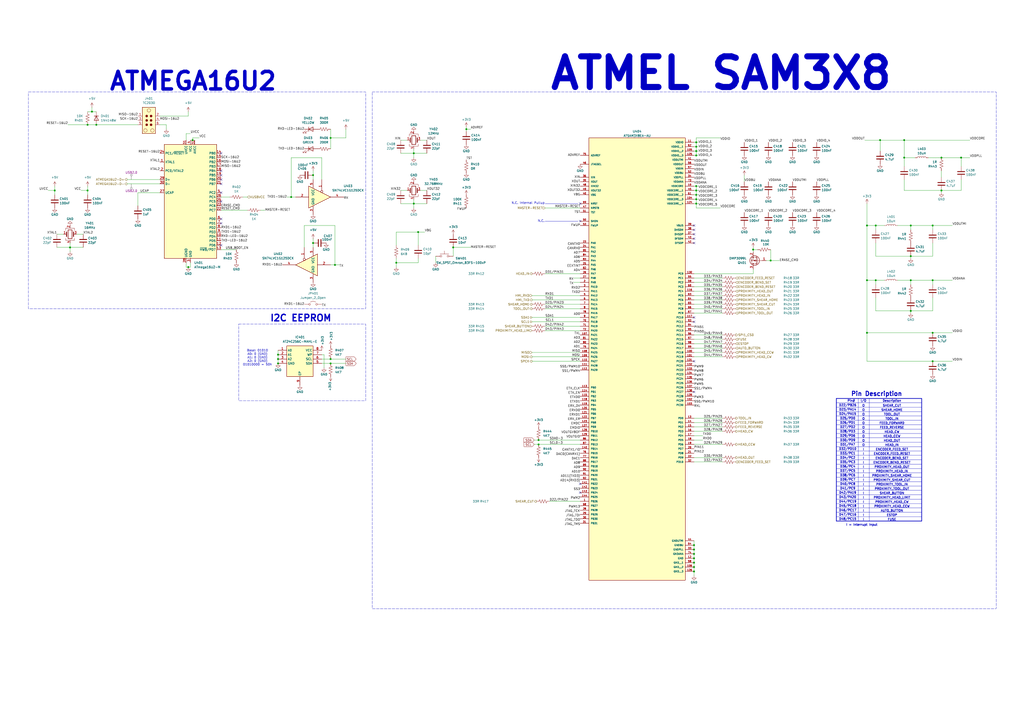
<source format=kicad_sch>
(kicad_sch (version 20250114) (generator "eeschema") (generator_version "9.0")
  (paper "A2")
  (title_block (title "MEP MAXI 85V-1 REV 2 Interface Board") (date "2025-05-31") (rev "X2") (company "McMillan Enterprises") (comment 1 "Firmware: John Gilcreast (johngilcreast@gmail.com)") (comment 2 "Hardware: Connor McMillan (connor@mcmillan.website)"))
  (polyline (pts (xy 559.1179 389.9368) (xy 559.1738 389.942) (xy 559.2264 389.9505) (xy 559.2755 389.9624) (xy 559.2988 389.9696) (xy 559.3211 389.9776) (xy 559.3426 389.9863) (xy 559.3632 389.9959) (xy 559.3828 390.0063) (xy 559.4015 390.0174) (xy 559.4193 390.0294) (xy 559.4362 390.042) (xy 559.4521 390.0555) (xy 559.467 390.0697) (xy 559.481 390.0846) (xy 559.494 390.1003) (xy 559.506 390.1167) (xy 559.517 390.1338) (xy 559.527 390.1517) (xy 559.536 390.1702) (xy 559.544 390.1895) (xy 559.5509 390.2094) (xy 559.5568 390.23) (xy 559.5616 390.2514) (xy 559.5654 390.2733) (xy 559.5681 390.296) (xy 559.5698 390.3193) (xy 559.5703 390.3432) (xy 559.5696 390.3762) (xy 559.5674 390.4083) (xy 559.5638 390.4395) (xy 559.5588 390.4698) (xy 559.5523 390.4991) (xy 559.5445 390.5276) (xy 559.5354 390.5551) (xy 559.5248 390.5816) (xy 559.513 390.6072) (xy 559.4999 390.6318) (xy 559.4854 390.6555) (xy 559.4697 390.6781) (xy 559.4528 390.6998) (xy 559.4346 390.7204) (xy 559.4152 390.74) (xy 559.3946 390.7586) (xy 559.3729 390.7761) (xy 559.3499 390.7926) (xy 559.3258 390.808) (xy 559.3007 390.8224) (xy 559.2743 390.8356) (xy 559.247 390.8478) (xy 559.2185 390.8588) (xy 559.189 390.8688) (xy 559.1584 390.8776) (xy 559.1269 390.8852) (xy 559.0943 390.8917) (xy 559.0608 390.8971) (xy 559.0263 390.9013) (xy 558.9909 390.9043) (xy 558.9545 390.9061) (xy 558.9173 390.9067) (xy 558.5449 390.9067) (xy 558.4612 391.3288) (xy 558.2622 391.3288) (xy 558.3813 390.7334) (xy 558.5808 390.7334) (xy 558.9212 390.7334) (xy 558.9732 390.7319) (xy 559.0223 390.7275) (xy 559.0685 390.7201) (xy 559.1117 390.7097) (xy 559.1321 390.7034) (xy 559.1518 390.6964) (xy 559.1707 390.6887) (xy 559.1888 390.6802) (xy 559.2061 390.671) (xy 559.2225 390.6611) (xy 559.2382 390.6505) (xy 559.253 390.6391) (xy 559.267 390.627) (xy 559.2802 390.6143) (xy 559.2925 390.6008) (xy 559.304 390.5865) (xy 559.3145 390.5716) (xy 559.3242 390.556) (xy 559.3331 390.5397) (xy 559.341 390.5226) (xy 559.348 390.5049) (xy 559.3541 390.4864) (xy 559.3593 390.4673) (xy 559.3636 390.4474) (xy 559.3669 390.4269) (xy 559.3693 390.4057) (xy 559.3708 390.3837) (xy 559.3713 390.3611) (xy 559.3709 390.3457) (xy 559.3699 390.3307) (xy 559.3681 390.3162) (xy 559.3657 390.3022) (xy 559.3626 390.2887) (xy 559.3588 390.2757) (xy 559.3544 390.2631) (xy 559.3493 390.2511) (xy 559.3435 390.2395) (xy 559.3371 390.2284) (xy 559.33 390.2177) (xy 559.3223 390.2076) (xy 559.314 390.198) (xy 559.305 390.1888) (xy 559.2954 390.1802) (xy 559.2851 390.172) (xy 559.2743 390.1643) (xy 559.2628 390.1571) (xy 559.2507 390.1504) (xy 559.238 390.1442) (xy 559.2248 390.1385) (xy 559.2109 390.1332) (xy 559.1964 390.1285) (xy 559.1814 390.1243) (xy 559.1658 390.1205) (xy 559.1496 390.1173) (xy 559.1328 390.1145) (xy 559.1155 390.1123) (xy 559.0976 390.1105) (xy 559.0792 390.1093) (xy 559.0603 390.1085) (xy 559.0407 390.1083) (xy 558.7062 390.1083) (xy 558.5808 390.7334) (xy 558.3813 390.7334) (xy 558.5409 389.935) (xy 559.0586 389.935) (xy 559.1179 389.9368)) (stroke (width -0.0001) (type solid)) (fill (type outline)))
  (polyline (pts (xy 563.112 391.3288) (xy 562.9128 391.3288) (xy 563.1916 389.935) (xy 563.3907 389.935) (xy 563.112 391.3288)) (stroke (width -0.0001) (type solid)) (fill (type outline)))
  (polyline (pts (xy 546.5235 388.9658) (xy 545.6399 388.9658) (xy 546.1264 386.511) (xy 547.3182 384.9924) (xy 546.5235 388.9658)) (stroke (width -0.0001) (type solid)) (fill (type outline)))
  (rectangle (start 138.43 187.96) (end 212.09 232.41) (stroke (width 0) (type dash)))
  (polyline (pts (xy 565.1534 384.4672) (xy 565.9874 384.4672) (xy 565.2304 388.2524) (xy 567.5785 388.2524) (xy 567.4373 388.958) (xy 564.2552 388.958) (xy 565.1534 384.4672) (xy 565.1534 384.4672)) (stroke (width -0.0001) (type solid)) (fill (type outline)))
  (polyline (pts (xy 552.8285 390.1083) (xy 552.3526 390.1083) (xy 552.1077 391.3288) (xy 551.9106 391.3288) (xy 552.1535 390.1083) (xy 551.6776 390.1083) (xy 551.7115 389.935) (xy 552.8644 389.935) (xy 552.8285 390.1083)) (stroke (width -0.0001) (type solid)) (fill (type outline)))
  (rectangle (start 215.9 53.34) (end 577.85 353.06) (stroke (width 0) (type dash)))
  (polyline (pts (xy 549.9375 379.451) (xy 551.7902 378.1062) (xy 550.4453 379.9589) (xy 552.7064 380.318) (xy 550.4453 380.6771) (xy 551.7902 382.5299) (xy 549.9375 381.185) (xy 549.5784 383.446) (xy 549.2193 381.185) (xy 547.3665 382.5299) (xy 548.7114 380.6771) (xy 546.4504 380.318) (xy 548.7114 379.9589) (xy 547.3665 378.1062) (xy 549.2193 379.451) (xy 549.5784 377.19) (xy 549.9375 379.451)) (stroke (width -0.0001) (type solid)) (fill (type outline)))
  (polyline (pts (xy 554.9237 390.1083) (xy 554.1372 390.1083) (xy 554.0516 390.5363) (xy 554.7525 390.5363) (xy 554.7186 390.7056) (xy 554.0177 390.7056) (xy 553.9281 391.1556) (xy 554.7425 391.1556) (xy 554.7087 391.3288) (xy 553.6952 391.3288) (xy 553.9739 389.935) (xy 554.9576 389.935) (xy 554.9237 390.1083)) (stroke (width -0.0001) (type solid)) (fill (type outline)))
  (polyline (pts (xy 565.1435 389.9196) (xy 565.1752 389.921) (xy 565.2067 389.9234) (xy 565.2377 389.9268) (xy 565.2684 389.9311) (xy 565.2985 389.9363) (xy 565.3281 389.9424) (xy 565.3571 389.9495) (xy 565.3854 389.9574) (xy 565.413 389.9662) (xy 565.4397 389.9758) (xy 565.4656 389.9863) (xy 565.4906 389.9976) (xy 565.5146 390.0098) (xy 565.5376 390.0228) (xy 565.5594 390.0366) (xy 565.4798 390.1998) (xy 565.46 390.1864) (xy 565.4396 390.1739) (xy 565.4185 390.1622) (xy 565.3969 390.1513) (xy 565.3746 390.1413) (xy 565.3519 390.1322) (xy 565.3286 390.1239) (xy 565.3048 390.1165) (xy 565.2806 390.1099) (xy 565.256 390.1042) (xy 565.231 390.0994) (xy 565.2057 390.0954) (xy 565.18 390.0923) (xy 565.1541 390.0901) (xy 565.1279 390.0888) (xy 565.1015 390.0884) (xy 565.0595 390.0895) (xy 565.0196 390.0928) (xy 564.9819 390.0983) (xy 564.9464 390.1059) (xy 564.9132 390.1155) (xy 564.8824 390.127) (xy 564.8541 390.1404) (xy 564.8284 390.1555) (xy 564.8054 390.1724) (xy 564.795 390.1815) (xy 564.7852 390.191) (xy 564.7762 390.2009) (xy 564.7678 390.2111) (xy 564.7603 390.2218) (xy 564.7534 390.2328) (xy 564.7474 390.2442) (xy 564.7421 390.2559) (xy 564.7375 390.268) (xy 564.7338 390.2804) (xy 564.7309 390.2931) (xy 564.7288 390.3062) (xy 564.7276 390.3196) (xy 564.7271 390.3332) (xy 564.7292 390.3594) (xy 564.7352 390.3833) (xy 564.7448 390.405) (xy 564.7579 390.4247) (xy 564.774 390.4426) (xy 564.7931 390.4589) (xy 564.8148 390.4737) (xy 564.8388 390.4873) (xy 564.865 390.4998) (xy 564.8929 390.5114) (xy 564.9533 390.5327) (xy 565.0846 390.5727) (xy 565.1512 390.5942) (xy 565.2158 390.6188) (xy 565.2466 390.6326) (xy 565.2762 390.6478) (xy 565.3041 390.6644) (xy 565.3303 390.6827) (xy 565.3543 390.7028) (xy 565.376 390.725) (xy 565.3951 390.7494) (xy 565.4113 390.7761) (xy 565.4243 390.8055) (xy 565.4339 390.8375) (xy 565.4399 390.8726) (xy 565.442 390.9107) (xy 565.4413 390.9358) (xy 565.4392 390.9602) (xy 565.4357 390.984) (xy 565.4309 391.0071) (xy 565.4247 391.0295) (xy 565.4173 391.0513) (xy 565.4086 391.0724) (xy 565.3986 391.0928) (xy 565.3874 391.1124) (xy 565.3751 391.1314) (xy 565.3615 391.1496) (xy 565.3468 391.167) (xy 565.331 391.1838) (xy 565.3142 391.1997) (xy 565.2962 391.2149) (xy 565.2772 391.2293) (xy 565.2572 391.2429) (xy 565.2362 391.2557) (xy 565.2142 391.2677) (xy 565.1913 391.2788) (xy 565.1675 391.2892) (xy 565.1428 391.2987) (xy 565.1172 391.3073) (xy 565.0908 391.315) (xy 565.0636 391.3219) (xy 565.0356 391.3279) (xy 565.0069 391.333) (xy 564.9774 391.3372) (xy 564.9472 391.3405) (xy 564.9163 391.3429) (xy 564.8847 391.3443) (xy 564.8526 391.3448) (xy 564.8127 391.3439) (xy 564.7731 391.3414) (xy 564.734 391.3374) (xy 564.6955 391.3318) (xy 564.6576 391.3248) (xy 564.6207 391.3164) (xy 564.5847 391.3068) (xy 564.5499 391.296) (xy 564.5164 391.2841) (xy 564.4844 391.2711) (xy 564.454 391.2571) (xy 564.4253 391.2423) (xy 564.3985 391.2266) (xy 564.3737 391.2102) (xy 564.3511 391.1932) (xy 564.3309 391.1755) (xy 564.4185 391.0162) (xy 564.439 391.0341) (xy 564.4611 391.0511) (xy 564.4846 391.0671) (xy 564.5093 391.0823) (xy 564.5352 391.0964) (xy 564.5622 391.1095) (xy 564.5902 391.1215) (xy 564.6191 391.1325) (xy 564.6488 391.1422) (xy 564.6792 391.1508) (xy 564.7102 391.1582) (xy 564.7416 391.1643) (xy 564.7735 391.1692) (xy 564.8057 391.1727) (xy 564.838 391.1748) (xy 564.8705 391.1755) (xy 564.9118 391.1745) (xy 564.9512 391.1715) (xy 564.9888 391.1666) (xy 565.0242 391.1598) (xy 565.0575 391.151) (xy 565.0884 391.1404) (xy 565.117 391.128) (xy 565.143 391.1138) (xy 565.1664 391.0978) (xy 565.1771 391.0891) (xy 565.1871 391.08) (xy 565.1963 391.0705) (xy 565.2048 391.0606) (xy 565.2126 391.0502) (xy 565.2196 391.0394) (xy 565.2259 391.0282) (xy 565.2313 391.0166) (xy 565.236 391.0046) (xy 565.2399 390.9922) (xy 565.2429 390.9794) (xy 565.245 390.9661) (xy 565.2464 390.9525) (xy 565.2468 390.9385) (xy 565.2447 390.9125) (xy 565.2388 390.8889) (xy 565.2291 390.8675) (xy 565.2161 390.8481) (xy 565.1999 390.8306) (xy 565.1808 390.8146) (xy 565.1592 390.8001) (xy 565.1351 390.7868) (xy 565.109 390.7747) (xy 565.081 390.7633) (xy 565.0206 390.7425) (xy 564.8894 390.7031) (xy 564.8228 390.6814) (xy 564.7582 390.6564) (xy 564.7273 390.6421) (xy 564.6978 390.6265) (xy 564.6698 390.6092) (xy 564.6437 390.5902) (xy 564.6197 390.5692) (xy 564.598 390.5461) (xy 564.5789 390.5206) (xy 564.5627 390.4925) (xy 564.5497 390.4617) (xy 564.5401 390.428) (xy 564.5341 390.3912) (xy 564.532 390.3511) (xy 564.5327 390.3264) (xy 564.5348 390.3023) (xy 564.5382 390.2788) (xy 564.543 390.256) (xy 564.549 390.2337) (xy 564.5563 390.2122) (xy 564.5649 390.1913) (xy 564.5747 390.1711) (xy 564.5857 390.1515) (xy 564.5978 390.1327) (xy 564.6111 390.1146) (xy 564.6256 390.0972) (xy 564.6411 390.0805) (xy 564.6577 390.0646) (xy 564.6754 390.0494) (xy 564.694 390.035) (xy 564.7137 390.0214) (xy 564.7344 390.0086) (xy 564.756 389.9966) (xy 564.7785 389.9854) (xy 564.8019 389.9751) (xy 564.8262 389.9655) (xy 564.8513 389.9569) (xy 564.8773 389.9491) (xy 564.904 389.9421) (xy 564.9315 389.9361) (xy 564.9598 389.9309) (xy 564.9888 389.9267) (xy 565.0185 389.9234) (xy 565.0488 389.921) (xy 565.0798 389.9195) (xy 565.1115 389.9191) (xy 565.1435 389.9196)) (stroke (width -0.0001) (type solid)) (fill (type outline)))
  (polyline (pts (xy 559.2643 384.4672) (xy 560.0983 384.4672) (xy 559.2001 388.958) (xy 558.366 388.958) (xy 559.2643 384.4672) (xy 559.2643 384.4672)) (stroke (width -0.0001) (type solid)) (fill (type outline)))
  (rectangle (start 16.51 53.34) (end 212.09 179.07) (stroke (width 0) (type dash)))
  (polyline (pts (xy 549.0009 382.2035) (xy 544.1452 388.3909) (xy 543.7286 388.3909) (xy 542.5793 385.6036) (xy 541.9111 388.9658) (xy 541.02 388.9658) (xy 542.0261 383.9368) (xy 542.7876 383.9368) (xy 543.9462 386.8559) (xy 544.1165 387.2844) (xy 546.7304 383.9368) (xy 547.5979 382.8257) (xy 548.9445 381.8482) (xy 549.0009 382.2035)) (stroke (width -0.0001) (type solid)) (fill (type outline)))
  (polyline (pts (xy 567.7801 390.1083) (xy 566.9936 390.1083) (xy 566.908 390.5363) (xy 567.6089 390.5363) (xy 567.575 390.7056) (xy 566.8741 390.7056) (xy 566.7845 391.1556) (xy 567.5989 391.1556) (xy 567.5651 391.3288) (xy 566.5516 391.3288) (xy 566.8303 389.935) (xy 567.814 389.935) (xy 567.7801 390.1083)) (stroke (width -0.0001) (type solid)) (fill (type outline)))
  (rectangle (start 485.14 231.14) (end 534.67 302.26) (stroke (width 0.381)))
  (polyline (pts (xy 550.1896 391.0082) (xy 550.4026 389.935) (xy 550.6017 389.935) (xy 550.323 391.3288) (xy 550.1597 391.3288) (xy 549.5364 390.2556) (xy 549.3233 391.3288) (xy 549.1243 391.3288) (xy 549.403 389.935) (xy 549.5663 389.935) (xy 550.1896 391.0082)) (stroke (width -0.0001) (type solid)) (fill (type outline)))
  (polyline (pts (xy 561.3107 384.4672) (xy 562.1446 384.4672) (xy 561.3876 388.2524) (xy 563.7357 388.2524) (xy 563.5946 388.958) (xy 560.4124 388.958) (xy 561.3107 384.4672) (xy 561.3107 384.4672)) (stroke (width -0.0001) (type solid)) (fill (type outline)))
  (polyline (pts (xy 555.0046 387.4568) (xy 557.3335 384.4672) (xy 558.052 384.4672) (xy 557.1539 388.958) (xy 556.3648 388.958) (xy 556.9485 386.0133) (xy 555.0303 388.4448) (xy 554.6582 388.4448) (xy 553.6317 385.9556) (xy 553.035 388.958) (xy 552.2395 388.958) (xy 553.1377 384.4672) (xy 553.8178 384.4672) (xy 555.0046 387.4568)) (stroke (width -0.0001) (type solid)) (fill (type outline)))
  (polyline (pts (xy 556.7799 389.9368) (xy 556.8362 389.942) (xy 556.889 389.9505) (xy 556.9384 389.9624) (xy 556.9617 389.9696) (xy 556.9842 389.9776) (xy 557.0058 389.9863) (xy 557.0264 389.9959) (xy 557.0461 390.0063) (xy 557.0649 390.0174) (xy 557.0828 390.0294) (xy 557.0997 390.042) (xy 557.1156 390.0555) (xy 557.1306 390.0697) (xy 557.1446 390.0846) (xy 557.1577 390.1003) (xy 557.1697 390.1167) (xy 557.1807 390.1338) (xy 557.1907 390.1517) (xy 557.1998 390.1702) (xy 557.2077 390.1895) (xy 557.2147 390.2094) (xy 557.2206 390.23) (xy 557.2254 390.2514) (xy 557.2292 390.2733) (xy 557.2319 390.296) (xy 557.2336 390.3193) (xy 557.2341 390.3432) (xy 557.2323 390.3941) (xy 557.23 390.4187) (xy 557.2269 390.4427) (xy 557.2229 390.4663) (xy 557.218 390.4892) (xy 557.2123 390.5117) (xy 557.2057 390.5335) (xy 557.1983 390.5548) (xy 557.1901 390.5755) (xy 557.181 390.5956) (xy 557.1711 390.6152) (xy 557.1604 390.6342) (xy 557.1489 390.6525) (xy 557.1366 390.6703) (xy 557.1236 390.6874) (xy 557.1098 390.704) (xy 557.0952 390.7199) (xy 557.0798 390.7352) (xy 557.0637 390.7499) (xy 557.0469 390.7639) (xy 557.0294 390.7773) (xy 557.0111 390.79) (xy 556.9921 390.8021) (xy 556.9521 390.8244) (xy 556.9094 390.8439) (xy 556.8639 390.8607) (xy 556.8159 390.8748) (xy 557.0708 391.3288) (xy 556.8598 391.3288) (xy 556.6169 390.9027) (xy 556.2066 390.9027) (xy 556.123 391.3288) (xy 555.9219 391.3288) (xy 556.041 390.7334) (xy 556.2405 390.7334) (xy 556.585 390.7334) (xy 556.637 390.7319) (xy 556.6861 390.7275) (xy 556.7322 390.7201) (xy 556.7754 390.7097) (xy 556.7959 390.7034) (xy 556.8155 390.6964) (xy 556.8344 390.6887) (xy 556.8525 390.6802) (xy 556.8698 390.671) (xy 556.8863 390.6611) (xy 556.9019 390.6505) (xy 556.9168 390.6391) (xy 556.9308 390.627) (xy 556.9439 390.6143) (xy 556.9562 390.6008) (xy 556.9677 390.5865) (xy 556.9782 390.5716) (xy 556.988 390.556) (xy 556.9968 390.5397) (xy 557.0047 390.5226) (xy 557.0117 390.5049) (xy 557.0178 390.4864) (xy 557.023 390.4673) (xy 557.0273 390.4474) (xy 557.0307 390.4269) (xy 557.033 390.4057) (xy 557.0345 390.3837) (xy 557.035 390.3611) (xy 557.0346 390.3457) (xy 557.0336 390.3307) (xy 557.0318 390.3162) (xy 557.0294 390.3022) (xy 557.0263 390.2887) (xy 557.0225 390.2757) (xy 557.0181 390.2631) (xy 557.013 390.2511) (xy 557.0072 390.2395) (xy 557.0008 390.2284) (xy 556.9937 390.2177) (xy 556.9859 390.2076) (xy 556.9776 390.198) (xy 556.9685 390.1888) (xy 556.9589 390.1802) (xy 556.9486 390.172) (xy 556.9377 390.1643) (xy 556.9262 390.1571) (xy 556.914 390.1504) (xy 556.9013 390.1442) (xy 556.8879 390.1385) (xy 556.874 390.1332) (xy 556.8594 390.1285) (xy 556.8443 390.1243) (xy 556.8286 390.1205) (xy 556.8122 390.1173) (xy 556.7954 390.1145) (xy 556.7779 390.1123) (xy 556.7599 390.1105) (xy 556.7413 390.1093) (xy 556.7221 390.1085) (xy 556.7024 390.1083) (xy 556.3659 390.1083) (xy 556.2405 390.7334) (xy 556.041 390.7334) (xy 556.2007 389.935) (xy 556.7203 389.935) (xy 556.7799 389.9368)) (stroke (width -0.0001) (type solid)) (fill (type outline)))
  (polyline (pts (xy 572.3579 388.958) (xy 571.5303 388.958) (xy 571.2929 387.9187) (xy 569.0346 387.9187) (xy 568.3867 388.958) (xy 567.4949 388.958) (xy 568.5958 387.2643) (xy 569.4452 387.2643) (xy 571.1389 387.2643) (xy 570.6834 385.2883) (xy 569.4452 387.2643) (xy 568.5958 387.2643) (xy 570.414 384.4672) (xy 571.2416 384.4672) (xy 572.3579 388.958)) (stroke (width -0.0001) (type solid)) (fill (type outline)))
  (polyline (pts (xy 569.4993 389.9196) (xy 569.5311 389.921) (xy 569.5625 389.9234) (xy 569.5936 389.9268) (xy 569.6242 389.9311) (xy 569.6544 389.9363) (xy 569.684 389.9424) (xy 569.7129 389.9495) (xy 569.7412 389.9574) (xy 569.7688 389.9662) (xy 569.7956 389.9758) (xy 569.8215 389.9863) (xy 569.8465 389.9976) (xy 569.8705 390.0098) (xy 569.8934 390.0228) (xy 569.9153 390.0366) (xy 569.8357 390.1998) (xy 569.8159 390.1864) (xy 569.7955 390.1739) (xy 569.7744 390.1622) (xy 569.7527 390.1513) (xy 569.7305 390.1413) (xy 569.7077 390.1322) (xy 569.6844 390.1239) (xy 569.6607 390.1165) (xy 569.6365 390.1099) (xy 569.6119 390.1042) (xy 569.5869 390.0994) (xy 569.5615 390.0954) (xy 569.5359 390.0923) (xy 569.5099 390.0901) (xy 569.4837 390.0888) (xy 569.4573 390.0884) (xy 569.4154 390.0895) (xy 569.3755 390.0928) (xy 569.3377 390.0983) (xy 569.3022 390.1059) (xy 569.269 390.1155) (xy 569.2383 390.127) (xy 569.21 390.1404) (xy 569.1843 390.1555) (xy 569.1613 390.1724) (xy 569.1508 390.1815) (xy 569.1411 390.191) (xy 569.132 390.2009) (xy 569.1237 390.2111) (xy 569.1161 390.2218) (xy 569.1093 390.2328) (xy 569.1032 390.2442) (xy 569.0979 390.2559) (xy 569.0934 390.268) (xy 569.0897 390.2804) (xy 569.0868 390.2931) (xy 569.0847 390.3062) (xy 569.0834 390.3196) (xy 569.083 390.3332) (xy 569.085 390.3594) (xy 569.091 390.3833) (xy 569.1007 390.405) (xy 569.1137 390.4247) (xy 569.1299 390.4426) (xy 569.149 390.4589) (xy 569.1706 390.4737) (xy 569.1947 390.4873) (xy 569.2208 390.4998) (xy 569.2488 390.5114) (xy 569.3092 390.5327) (xy 569.4404 390.5727) (xy 569.5071 390.5942) (xy 569.5717 390.6188) (xy 569.6025 390.6326) (xy 569.632 390.6478) (xy 569.66 390.6644) (xy 569.6861 390.6827) (xy 569.7102 390.7028) (xy 569.7319 390.725) (xy 569.7509 390.7494) (xy 569.7671 390.7761) (xy 569.7802 390.8055) (xy 569.7898 390.8375) (xy 569.7958 390.8726) (xy 569.7978 390.9107) (xy 569.7971 390.9358) (xy 569.795 390.9602) (xy 569.7915 390.984) (xy 569.7867 391.0071) (xy 569.7806 391.0295) (xy 569.7731 391.0513) (xy 569.7644 391.0724) (xy 569.7545 391.0928) (xy 569.7433 391.1124) (xy 569.7309 391.1314) (xy 569.7174 391.1496) (xy 569.7027 391.167) (xy 569.6869 391.1838) (xy 569.67 391.1997) (xy 569.6521 391.2149) (xy 569.6331 391.2293) (xy 569.613 391.2429) (xy 569.592 391.2557) (xy 569.5701 391.2677) (xy 569.5472 391.2788) (xy 569.5234 391.2892) (xy 569.4987 391.2987) (xy 569.4731 391.3073) (xy 569.4467 391.315) (xy 569.4195 391.3219) (xy 569.3915 391.3279) (xy 569.3627 391.333) (xy 569.3332 391.3372) (xy 569.303 391.3405) (xy 569.2721 391.3429) (xy 569.2406 391.3443) (xy 569.2084 391.3448) (xy 569.1686 391.3439) (xy 569.129 391.3414) (xy 569.0899 391.3374) (xy 569.0513 391.3318) (xy 569.0135 391.3248) (xy 568.9765 391.3164) (xy 568.9406 391.3068) (xy 568.9058 391.296) (xy 568.8723 391.2841) (xy 568.8403 391.2711) (xy 568.8098 391.2571) (xy 568.7811 391.2423) (xy 568.7543 391.2266) (xy 568.7296 391.2102) (xy 568.707 391.1932) (xy 568.6867 391.1755) (xy 568.7743 391.0162) (xy 568.7949 391.0341) (xy 568.817 391.0511) (xy 568.8404 391.0671) (xy 568.8651 391.0823) (xy 568.8911 391.0964) (xy 568.9181 391.1095) (xy 568.9461 391.1215) (xy 568.975 391.1325) (xy 569.0047 391.1422) (xy 569.035 391.1508) (xy 569.066 391.1582) (xy 569.0975 391.1643) (xy 569.1294 391.1692) (xy 569.1615 391.1727) (xy 569.1939 391.1748) (xy 569.2263 391.1755) (xy 569.2676 391.1745) (xy 569.3071 391.1715) (xy 569.3446 391.1666) (xy 569.3801 391.1598) (xy 569.4133 391.151) (xy 569.4443 391.1404) (xy 569.4728 391.128) (xy 569.4989 391.1138) (xy 569.5223 391.0978) (xy 569.5329 391.0891) (xy 569.5429 391.08) (xy 569.5522 391.0705) (xy 569.5607 391.0606) (xy 569.5685 391.0502) (xy 569.5755 391.0394) (xy 569.5817 391.0282) (xy 569.5872 391.0166) (xy 569.5919 391.0046) (xy 569.5957 390.9922) (xy 569.5987 390.9794) (xy 569.6009 390.9661) (xy 569.6022 390.9525) (xy 569.6027 390.9385) (xy 569.6006 390.9125) (xy 569.5946 390.8889) (xy 569.585 390.8675) (xy 569.5719 390.8481) (xy 569.5558 390.8306) (xy 569.5367 390.8146) (xy 569.515 390.8001) (xy 569.491 390.7868) (xy 569.4648 390.7747) (xy 569.4369 390.7633) (xy 569.3765 390.7425) (xy 569.2453 390.7031) (xy 569.1786 390.6814) (xy 569.114 390.6564) (xy 569.0832 390.6421) (xy 569.0537 390.6265) (xy 569.0257 390.6092) (xy 568.9996 390.5902) (xy 568.9755 390.5692) (xy 568.9539 390.5461) (xy 568.9348 390.5206) (xy 568.9186 390.4925) (xy 568.9056 390.4617) (xy 568.8959 390.428) (xy 568.8899 390.3912) (xy 568.8879 390.3511) (xy 568.8886 390.3264) (xy 568.8907 390.3023) (xy 568.8941 390.2788) (xy 568.8988 390.256) (xy 568.9049 390.2337) (xy 568.9122 390.2122) (xy 568.9207 390.1913) (xy 568.9305 390.1711) (xy 568.9415 390.1515) (xy 568.9537 390.1327) (xy 568.967 390.1146) (xy 568.9814 390.0972) (xy 568.997 390.0805) (xy 569.0136 390.0646) (xy 569.0312 390.0494) (xy 569.0499 390.035) (xy 569.0696 390.0214) (xy 569.0902 390.0086) (xy 569.1118 389.9966) (xy 569.1343 389.9854) (xy 569.1577 389.9751) (xy 569.182 389.9655) (xy 569.2072 389.9569) (xy 569.2331 389.9491) (xy 569.2599 389.9421) (xy 569.2874 389.9361) (xy 569.3157 389.9309) (xy 569.3446 389.9267) (xy 569.3743 389.9234) (xy 569.4047 389.921) (xy 569.4357 389.9195) (xy 569.4673 389.9191) (xy 569.4993 389.9196)) (stroke (width -0.0001) (type solid)) (fill (type outline)))
  (polyline (pts (xy 544.1165 387.2844) (xy 546.7247 383.9368) (xy 546.7304 383.9368) (xy 544.1165 387.2844)) (stroke (width -0.0001) (type solid)) (fill (type outline)))
  (polyline (pts (xy 550.5796 384.4061) (xy 550.7185 384.4153) (xy 550.8535 384.4305) (xy 550.9843 384.4517) (xy 551.1107 384.4789) (xy 551.2325 384.512) (xy 551.3494 384.5508) (xy 551.4611 384.5955) (xy 551.5676 384.6458) (xy 551.6685 384.7019) (xy 551.7636 384.7635) (xy 551.8526 384.8306) (xy 551.9354 384.9033) (xy 552.0116 384.9814) (xy 552.0811 385.0648) (xy 552.1436 385.1536) (xy 551.5406 385.6605) (xy 551.4932 385.5985) (xy 551.4425 385.5402) (xy 551.3885 385.4856) (xy 551.3602 385.4598) (xy 551.3311 385.4348) (xy 551.3012 385.4108) (xy 551.2704 385.3878) (xy 551.2388 385.3657) (xy 551.2064 385.3446) (xy 551.1731 385.3244) (xy 551.139 385.3053) (xy 551.104 385.2871) (xy 551.0682 385.2699) (xy 550.994 385.2385) (xy 550.9165 385.2112) (xy 550.8355 385.1879) (xy 550.7511 385.1687) (xy 550.6633 385.1538) (xy 550.5721 385.143) (xy 550.4774 385.1365) (xy 550.3793 385.1344) (xy 550.2729 385.1369) (xy 550.1691 385.1443) (xy 550.0679 385.1566) (xy 549.9694 385.1736) (xy 549.8736 385.1952) (xy 549.7806 385.2212) (xy 549.6904 385.2516) (xy 549.6031 385.2861) (xy 549.5188 385.3248) (xy 549.4374 385.3674) (xy 549.3591 385.4138) (xy 549.2839 385.4639) (xy 549.2119 385.5176) (xy 549.1431 385.5747) (xy 549.0775 385.6352) (xy 549.0152 385.6989) (xy 548.9563 385.7657) (xy 548.9008 385.8355) (xy 548.8488 385.908) (xy 548.8003 385.9833) (xy 548.7554 386.0612) (xy 548.7141 386.1415) (xy 548.6765 386.2241) (xy 548.6426 386.309) (xy 548.6125 386.396) (xy 548.5863 386.4849) (xy 548.5639 386.5756) (xy 548.5455 386.6681) (xy 548.5311 386.7622) (xy 548.5207 386.8577) (xy 548.5145 386.9545) (xy 548.5124 387.0526) (xy 548.5138 387.1216) (xy 548.5181 387.1892) (xy 548.5252 387.2551) (xy 548.5351 387.3195) (xy 548.5479 387.3822) (xy 548.5634 387.4432) (xy 548.5818 387.5025) (xy 548.6029 387.5601) (xy 548.6268 387.6158) (xy 548.6535 387.6696) (xy 548.6829 387.7215) (xy 548.715 387.7715) (xy 548.7499 387.8194) (xy 548.7875 387.8653) (xy 548.8278 387.9091) (xy 548.8708 387.9508) (xy 548.9165 387.9903) (xy 548.9649 388.0276) (xy 549.016 388.0626) (xy 549.0697 388.0953) (xy 549.126 388.1256) (xy 549.185 388.1536) (xy 549.2466 388.1791) (xy 549.3108 388.2021) (xy 549.3776 388.2225) (xy 549.447 388.2404) (xy 549.519 388.2556) (xy 549.5936 388.2682) (xy 549.6707 388.278) (xy 549.7504 388.2851) (xy 549.8327 388.2894) (xy 549.9174 388.2909) (xy 550.0105 388.2889) (xy 550.102 388.283) (xy 550.1919 388.2732) (xy 550.2802 388.2593) (xy 550.3668 388.2414) (xy 550.4516 388.2195) (xy 550.5347 388.1935) (xy 550.6159 388.1633) (xy 550.6953 388.1291) (xy 550.7727 388.0907) (xy 550.8481 388.0481) (xy 550.9215 388.0012) (xy 550.9929 387.9502) (xy 551.0621 387.8948) (xy 551.1292 387.8352) (xy 551.1941 387.7712) (xy 551.6816 388.2972) (xy 551.5974 388.3878) (xy 551.5083 388.4721) (xy 551.4147 388.55) (xy 551.3166 388.6216) (xy 551.2142 388.6871) (xy 551.1076 388.7465) (xy 550.9972 388.7999) (xy 550.8829 388.8474) (xy 550.7651 388.889) (xy 550.6438 388.9248) (xy 550.5192 388.9549) (xy 550.3915 388.9793) (xy 550.2609 388.9982) (xy 550.1276 389.0116) (xy 549.9916 389.0196) (xy 549.8532 389.0222) (xy 549.7267 389.0199) (xy 549.6035 389.0132) (xy 549.4837 389.0019) (xy 549.3672 388.9864) (xy 549.2541 388.9665) (xy 549.1445 388.9425) (xy 549.0384 388.9144) (xy 548.9359 388.8822) (xy 548.837 388.846) (xy 548.7418 388.806) (xy 548.6503 388.7622) (xy 548.5625 388.7147) (xy 548.4786 388.6635) (xy 548.3985 388.6088) (xy 548.3224 388.5505) (xy 548.2501 388.4889) (xy 548.1819 388.424) (xy 548.1178 388.3558) (xy 548.0577 388.2844) (xy 548.0018 388.2099) (xy 547.9501 388.1324) (xy 547.9026 388.052) (xy 547.8595 387.9688) (xy 547.8206 387.8827) (xy 547.7862 387.794) (xy 547.7562 387.7026) (xy 547.7306 387.6087) (xy 547.7096 387.5124) (xy 547.6932 387.4136) (xy 547.6814 387.3126) (xy 547.6743 387.2093) (xy 547.672 387.1039) (xy 547.6752 386.9624) (xy 547.6847 386.823) (xy 547.7005 386.686) (xy 547.7224 386.5513) (xy 547.7503 386.4193) (xy 547.7842 386.2901) (xy 547.8239 386.1637) (xy 547.8694 386.0405) (xy 547.9206 385.9204) (xy 547.9773 385.8038) (xy 548.0395 385.6906) (xy 548.107 385.5812) (xy 548.1799 385.4756) (xy 548.2579 385.3739) (xy 548.3409 385.2765) (xy 548.429 385.1833) (xy 548.5219 385.0946) (xy 548.6197 385.0105) (xy 548.7221 384.9311) (xy 548.8291 384.8567) (xy 548.9407 384.7873) (xy 549.0566 384.7232) (xy 549.1769 384.6644) (xy 549.3013 384.6112) (xy 549.4299 384.5637) (xy 549.5625 384.522) (xy 549.699 384.4863) (xy 549.8393 384.4567) (xy 549.9834 384.4334) (xy 550.1311 384.4166) (xy 550.2824 384.4064) (xy 550.4371 384.403) (xy 550.5796 384.4061)) (stroke (width -0.0001) (type solid)) (fill (type outline)))
  (polyline (pts (xy 576.3673 387.6108) (xy 576.9896 384.4672) (xy 577.8172 384.4672) (xy 576.9191 388.958) (xy 576.2326 388.958) (xy 574.3913 385.8144) (xy 573.7626 388.958) (xy 572.935 388.958) (xy 573.8332 384.4672) (xy 574.5196 384.4672) (xy 576.3673 387.6108)) (stroke (width -0.0001) (type solid)) (fill (type outline)))
  (polyline (pts (xy 548.1261 390.1083) (xy 547.3395 390.1083) (xy 547.2539 390.5363) (xy 547.9548 390.5363) (xy 547.921 390.7056) (xy 547.2201 390.7056) (xy 547.1305 391.1556) (xy 547.9448 391.1556) (xy 547.911 391.3288) (xy 546.8975 391.3288) (xy 547.1763 389.935) (xy 548.1599 389.935) (xy 548.1261 390.1083)) (stroke (width -0.0001) (type solid)) (fill (type outline)))
  (polyline (pts (xy 544.1165 387.2844) (xy 546.7247 383.9368) (xy 546.7304 383.9368) (xy 544.1165 387.2844)) (stroke (width -0.0001) (type solid)) (fill (type outline)))
  (polyline (pts (xy 561.4306 389.9368) (xy 561.4868 389.942) (xy 561.5397 389.9505) (xy 561.589 389.9624) (xy 561.6124 389.9696) (xy 561.6349 389.9776) (xy 561.6564 389.9863) (xy 561.6771 389.9959) (xy 561.6968 390.0063) (xy 561.7156 390.0174) (xy 561.7334 390.0294) (xy 561.7503 390.042) (xy 561.7663 390.0555) (xy 561.7813 390.0697) (xy 561.7953 390.0846) (xy 561.8083 390.1003) (xy 561.8203 390.1167) (xy 561.8314 390.1338) (xy 561.8414 390.1517) (xy 561.8504 390.1702) (xy 561.8584 390.1895) (xy 561.8653 390.2094) (xy 561.8712 390.23) (xy 561.8761 390.2514) (xy 561.8799 390.2733) (xy 561.8826 390.296) (xy 561.8842 390.3193) (xy 561.8848 390.3432) (xy 561.8829 390.3941) (xy 561.8807 390.4187) (xy 561.8776 390.4427) (xy 561.8736 390.4663) (xy 561.8687 390.4892) (xy 561.863 390.5117) (xy 561.8564 390.5335) (xy 561.849 390.5548) (xy 561.8407 390.5755) (xy 561.8316 390.5956) (xy 561.8217 390.6152) (xy 561.811 390.6342) (xy 561.7996 390.6525) (xy 561.7873 390.6703) (xy 561.7742 390.6874) (xy 561.7604 390.704) (xy 561.7458 390.7199) (xy 561.7305 390.7352) (xy 561.7144 390.7499) (xy 561.6976 390.7639) (xy 561.68 390.7773) (xy 561.6618 390.79) (xy 561.6428 390.8021) (xy 561.6028 390.8244) (xy 561.56 390.8439) (xy 561.5146 390.8607) (xy 561.4666 390.8748) (xy 561.7214 391.3288) (xy 561.5104 391.3288) (xy 561.2675 390.9027) (xy 560.8573 390.9027) (xy 560.7737 391.3288) (xy 560.5726 391.3288) (xy 560.6917 390.7334) (xy 560.8912 390.7334) (xy 561.2356 390.7334) (xy 561.2876 390.7319) (xy 561.3367 390.7275) (xy 561.3829 390.7201) (xy 561.4261 390.7097) (xy 561.4465 390.7034) (xy 561.4662 390.6964) (xy 561.485 390.6887) (xy 561.5031 390.6802) (xy 561.5204 390.671) (xy 561.5369 390.6611) (xy 561.5526 390.6505) (xy 561.5674 390.6391) (xy 561.5814 390.627) (xy 561.5946 390.6143) (xy 561.6069 390.6008) (xy 561.6183 390.5865) (xy 561.6289 390.5716) (xy 561.6386 390.556) (xy 561.6474 390.5397) (xy 561.6553 390.5226) (xy 561.6624 390.5049) (xy 561.6685 390.4864) (xy 561.6737 390.4673) (xy 561.678 390.4474) (xy 561.6813 390.4269) (xy 561.6837 390.4057) (xy 561.6851 390.3837) (xy 561.6856 390.3611) (xy 561.6853 390.3457) (xy 561.6842 390.3307) (xy 561.6825 390.3162) (xy 561.6801 390.3022) (xy 561.677 390.2887) (xy 561.6732 390.2757) (xy 561.6687 390.2631) (xy 561.6636 390.2511) (xy 561.6578 390.2395) (xy 561.6514 390.2284) (xy 561.6443 390.2177) (xy 561.6366 390.2076) (xy 561.6282 390.198) (xy 561.6192 390.1888) (xy 561.6095 390.1802) (xy 561.5993 390.172) (xy 561.5884 390.1643) (xy 561.5768 390.1571) (xy 561.5647 390.1504) (xy 561.5519 390.1442) (xy 561.5386 390.1385) (xy 561.5246 390.1332) (xy 561.5101 390.1285) (xy 561.4949 390.1243) (xy 561.4792 390.1205) (xy 561.4629 390.1173) (xy 561.446 390.1145) (xy 561.4285 390.1123) (xy 561.4105 390.1105) (xy 561.3919 390.1093) (xy 561.3728 390.1085) (xy 561.3531 390.1083) (xy 561.0166 390.1083) (xy 560.8912 390.7334) (xy 560.6917 390.7334) (xy 560.8513 389.935) (xy 561.371 389.935) (xy 561.4306 389.9368)) (stroke (width -0.0001) (type solid)) (fill (type outline)))
  (text "D36/PC4" (at 491.744 270.764 0) (effects (font (size 1.27 1.27) (thickness 0.254) (bold yes))))
  (text "O" (at 500.888 245.618 0) (effects (font (size 1.27 1.27) (thickness 0.254) (bold yes))))
  (text "I" (at 500.888 278.638 0) (effects (font (size 1.27 1.27) (thickness 0.254) (bold yes))))
  (text "I" (at 500.888 298.958 0) (effects (font (size 1.27 1.27) (thickness 0.254) (bold yes))))
  (text "PROXIMITY_SHEAR_CUT" (at 517.398 278.638 0) (effects (font (size 1.27 1.27) (thickness 0.254) (bold yes))))
  (text "O" (at 500.888 237.998 0) (effects (font (size 1.27 1.27) (thickness 0.254) (bold yes))))
  (text "I" (at 500.888 271.018 0) (effects (font (size 1.27 1.27) (thickness 0.254) (bold yes))))
  (text "SHEAR_BUTTON" (at 517.398 286.258 0) (effects (font (size 1.27 1.27) (thickness 0.254) (bold yes))))
  (text "ENCODER_BEND_SET" (at 517.398 265.938 0) (effects (font (size 1.27 1.27) (thickness 0.254) (bold yes))))
  (text "PROXIMITY_HEAD_OUT" (at 517.398 271.018 0) (effects (font (size 1.27 1.27) (thickness 0.254) (bold yes))))
  (text "I" (at 500.888 296.418 0) (effects (font (size 1.27 1.27) (thickness 0.254) (bold yes))))
  (text "D25/PD0" (at 491.744 242.824 0) (effects (font (size 1.27 1.27) (thickness 0.254) (bold yes))))
  (text "I" (at 500.888 286.258 0) (effects (font (size 1.27 1.27) (thickness 0.254) (bold yes))))
  (text "SHEAR_CUT" (at 517.398 235.458 0) (effects (font (size 1.27 1.27) (thickness 0.254) (bold yes))))
  (text "HEAD_OUT" (at 517.398 255.778 0) (effects (font (size 1.27 1.27) (thickness 0.254) (bold yes))))
  (text "Pin#" (at 493.776 232.664 0) (effects (font (size 1.27 1.27) (thickness 0.254) (bold yes))))
  (text "TOOL_IN" (at 517.398 243.078 0) (effects (font (size 1.27 1.27) (thickness 0.254) (bold yes))))
  (text "N.C." (at 313.944 128.27 0) (effects (font (size 1.27 1.27))))
  (text "O" (at 500.888 243.078 0) (effects (font (size 1.27 1.27) (thickness 0.254) (bold yes))))
  (text "HEAD_CW" (at 517.398 250.698 0) (effects (font (size 1.27 1.27) (thickness 0.254) (bold yes))))
  (text "D29/PD6" (at 491.744 252.984 0) (effects (font (size 1.27 1.27) (thickness 0.254) (bold yes))))
  (text "D37/PC5" (at 491.744 273.304 0) (effects (font (size 1.27 1.27) (thickness 0.254) (bold yes))))
  (text "D23/PA14" (at 491.744 237.744 0) (effects (font (size 1.27 1.27) (thickness 0.254) (bold yes))))
  (text "I" (at 500.888 268.478 0) (effects (font (size 1.27 1.27) (thickness 0.254) (bold yes))))
  (text "SHEAR_HOME" (at 517.398 237.998 0) (effects (font (size 1.27 1.27) (thickness 0.254) (bold yes))))
  (text "D43/PA20" (at 491.744 288.544 0) (effects (font (size 1.27 1.27) (thickness 0.254) (bold yes))))
  (text "ESTOP" (at 517.398 298.958 0) (effects (font (size 1.27 1.27) (thickness 0.254) (bold yes))))
  (text "D48/PC15" (at 491.744 301.244 0) (effects (font (size 1.27 1.27) (thickness 0.254) (bold yes))))
  (text "FUSE" (at 517.398 301.498 0) (effects (font (size 1.27 1.27) (thickness 0.254) (bold yes))))
  (text "D33/PC1" (at 491.744 263.144 0) (effects (font (size 1.27 1.27) (thickness 0.254) (bold yes))))
  (text "N.C. Internal Pullup" (at 306.324 117.856 0) (effects (font (size 1.27 1.27))))
  (text "I" (at 500.888 273.558 0) (effects (font (size 1.27 1.27) (thickness 0.254) (bold yes))))
  (text "I" (at 500.888 265.938 0) (effects (font (size 1.27 1.27) (thickness 0.254) (bold yes))))
  (text "D34/PC2" (at 491.744 265.684 0) (effects (font (size 1.27 1.27) (thickness 0.254) (bold yes))))
  (text "I" (at 500.888 288.798 0) (effects (font (size 1.27 1.27) (thickness 0.254) (bold yes))))
  (text "I" (at 500.888 291.338 0) (effects (font (size 1.27 1.27) (thickness 0.254) (bold yes))))
  (text "ENCODER_FEED_SET" (at 517.398 260.858 0) (effects (font (size 1.27 1.27) (thickness 0.254) (bold yes))))
  (text "Pin Description" (at 508.508 228.6 0) (effects (font (size 2.54 2.54) (thickness 0.508) (bold yes))))
  (text "ATMEGA16U2" (at 112.014 47.244 0) (effects (font (size 10.16 10.16) (thickness 2.032) (bold yes))))
  (text "PROXIMITY_TOOL_OUT" (at 517.398 283.718 0) (effects (font (size 1.27 1.27) (thickness 0.254) (bold yes))))
  (text "D42/PA19" (at 491.744 286.004 0) (effects (font (size 1.27 1.27) (thickness 0.254) (bold yes))))
  (text "O" (at 500.888 258.318 0) (effects (font (size 1.27 1.27) (thickness 0.254) (bold yes))))
  (text "I" (at 500.888 276.098 0) (effects (font (size 1.27 1.27) (thickness 0.254) (bold yes))))
  (text "HEAD_CCW" (at 517.398 253.238 0) (effects (font (size 1.27 1.27) (thickness 0.254) (bold yes))))
  (text "ATMEL SAM3X8" (at 418.338 42.672 0) (effects (font (size 17.78 17.78) (thickness 3.556) (bold yes))))
  (text "D41/PC9" (at 491.744 283.464 0) (effects (font (size 1.27 1.27) (thickness 0.254) (bold yes))))
  (text "ENCODER_BEND_RESET" (at 517.398 268.478 0) (effects (font (size 1.27 1.27) (thickness 0.254) (bold yes))))
  (text "D30/PD9" (at 491.744 255.524 0) (effects (font (size 1.27 1.27) (thickness 0.254) (bold yes))))
  (text "O" (at 500.888 253.238 0) (effects (font (size 1.27 1.27) (thickness 0.254) (bold yes))))
  (text "D38/PC6" (at 491.744 275.844 0) (effects (font (size 1.27 1.27) (thickness 0.254) (bold yes))))
  (text "D31/PA7" (at 491.744 258.064 0) (effects (font (size 1.27 1.27) (thickness 0.254) (bold yes))))
  (text "FEED_REVERSE" (at 517.398 248.158 0) (effects (font (size 1.27 1.27) (thickness 0.254) (bold yes))))
  (text "Base: 01010\nA0: 0 (GND)\nA1: 0 (GND)\nA2: 0 (GND)\n01010000 = 50h" (at 149.352 207.518 0) (effects (font (size 1.27 1.27))))
  (text "I" (at 500.888 293.878 0) (effects (font (size 1.27 1.27) (thickness 0.254) (bold yes))))
  (text "O" (at 500.888 235.458 0) (effects (font (size 1.27 1.27) (thickness 0.254) (bold yes))))
  (text "D44/PC19" (at 491.744 291.084 0) (effects (font (size 1.27 1.27) (thickness 0.254) (bold yes))))
  (text "D35/PC3" (at 491.744 268.224 0) (effects (font (size 1.27 1.27) (thickness 0.254) (bold yes))))
  (text "D40/PC8" (at 491.744 280.924 0) (effects (font (size 1.27 1.27) (thickness 0.254) (bold yes))))
  (text "TOOL_OUT" (at 517.398 240.538 0) (effects (font (size 1.27 1.27) (thickness 0.254) (bold yes))))
  (text "D45/PC18" (at 491.744 293.624 0) (effects (font (size 1.27 1.27) (thickness 0.254) (bold yes))))
  (text "D22/PB26" (at 491.744 235.204 0) (effects (font (size 1.27 1.27) (thickness 0.254) (bold yes))))
  (text "O" (at 500.888 250.698 0) (effects (font (size 1.27 1.27) (thickness 0.254) (bold yes))))
  (text "ENCODER_FEED_RESET" (at 517.398 263.398 0) (effects (font (size 1.27 1.27) (thickness 0.254) (bold yes))))
  (text "D46/PC17" (at 491.744 296.164 0) (effects (font (size 1.27 1.27) (thickness 0.254) (bold yes))))
  (text "AUTO_BUTTON" (at 517.398 296.418 0) (effects (font (size 1.27 1.27) (thickness 0.254) (bold yes))))
  (text "PROXIMITY_HEAD_IN" (at 517.398 273.558 0) (effects (font (size 1.27 1.27) (thickness 0.254) (bold yes))))
  (text "Description" (at 517.398 232.664 0) (effects (font (size 1.27 1.27) (thickness 0.254) (bold yes))))
  (text "PROXIMITY_SHEAR_HOME" (at 517.398 276.098 0) (effects (font (size 1.27 1.27) (thickness 0.254) (bold yes))))
  (text "I/O" (at 500.888 232.664 0) (effects (font (size 1.27 1.27) (thickness 0.254) (bold yes))))
  (text "D32/PD10" (at 491.744 260.604 0) (effects (font (size 1.27 1.27) (thickness 0.254) (bold yes))))
  (text "D26/PD1" (at 491.744 245.364 0) (effects (font (size 1.27 1.27) (thickness 0.254) (bold yes))))
  (text "HEAD_IN" (at 517.398 258.318 0) (effects (font (size 1.27 1.27) (thickness 0.254) (bold yes))))
  (text "I2C EEPROM" (at 174.498 184.658 0) (effects (font (size 3.81 3.81) (thickness 0.762) (bold yes))))
  (text "I" (at 500.888 301.498 0) (effects (font (size 1.27 1.27) (thickness 0.254) (bold yes))))
  (text "I = Interrupt Input" (at 499.872 304.546 0) (effects (font (size 1.27 1.27) (thickness 0.254) (bold yes))))
  (text "O" (at 500.888 255.778 0) (effects (font (size 1.27 1.27) (thickness 0.254) (bold yes))))
  (text "FEED_FORWARD" (at 517.398 245.618 0) (effects (font (size 1.27 1.27) (thickness 0.254) (bold yes))))
  (text "PROXIMITY_HEAD_CW" (at 517.398 291.338 0) (effects (font (size 1.27 1.27) (thickness 0.254) (bold yes))))
  (text "D39/PC7" (at 491.744 278.384 0) (effects (font (size 1.27 1.27) (thickness 0.254) (bold yes))))
  (text "PROXIMITY_HEAD_LIMIT" (at 517.398 288.798 0) (effects (font (size 1.27 1.27) (thickness 0.254) (bold yes))))
  (text "PROXIMITY_TOOL_IN" (at 517.398 281.178 0) (effects (font (size 1.27 1.27) (thickness 0.254) (bold yes))))
  (text "I" (at 500.888 260.858 0) (effects (font (size 1.27 1.27) (thickness 0.254) (bold yes))))
  (text "PROXIMITY_HEAD_CCW" (at 517.398 293.878 0) (effects (font (size 1.27 1.27) (thickness 0.254) (bold yes))))
  (text "D24/PA15" (at 491.744 240.284 0) (effects (font (size 1.27 1.27) (thickness 0.254) (bold yes))))
  (text "I" (at 500.888 283.718 0) (effects (font (size 1.27 1.27) (thickness 0.254) (bold yes))))
  (text "O" (at 500.888 248.158 0) (effects (font (size 1.27 1.27) (thickness 0.254) (bold yes))))
  (text "I" (at 500.888 263.398 0) (effects (font (size 1.27 1.27) (thickness 0.254) (bold yes))))
  (text "O" (at 500.888 240.538 0) (effects (font (size 1.27 1.27) (thickness 0.254) (bold yes))))
  (text "I" (at 500.888 281.178 0) (effects (font (size 1.27 1.27) (thickness 0.254) (bold yes))))
  (text "D28/PD3" (at 491.744 250.444 0) (effects (font (size 1.27 1.27) (thickness 0.254) (bold yes))))
  (text "D27/PD2" (at 491.744 247.904 0) (effects (font (size 1.27 1.27) (thickness 0.254) (bold yes))))
  (text "D47/PC16" (at 491.744 298.704 0) (effects (font (size 1.27 1.27) (thickness 0.254) (bold yes))))
  (junction (at 181.61 140.97))
  (junction (at 402.59 323.85))
  (junction (at 403.86 90.17))
  (junction (at 403.86 110.49))
  (junction (at 191.77 208.28))
  (junction (at 541.02 193.04))
  (junction (at 242.57 134.62))
  (junction (at 402.59 331.47))
  (junction (at 40.64 143.51))
  (junction (at 109.22 154.94))
  (junction (at 528.32 180.34))
  (junction (at 546.1 110.49))
  (junction (at 447.04 151.13))
  (junction (at 312.42 257.81))
  (junction (at 55.88 72.39))
  (junction (at 161.29 208.28))
  (junction (at 31.75 110.49))
  (junction (at 168.91 114.3))
  (junction (at 541.02 209.55))
  (junction (at 403.86 115.57))
  (junction (at 557.53 91.44))
  (junction (at 502.92 162.56))
  (junction (at 262.89 143.51))
  (junction (at 541.02 130.81))
  (junction (at 50.8 110.49))
  (junction (at 546.1 91.44))
  (junction (at 528.32 148.59))
  (junction (at 111.76 81.28))
  (junction (at 191.77 210.82))
  (junction (at 403.86 87.63))
  (junction (at 502.92 130.81))
  (junction (at 240.03 88.9))
  (junction (at 270.51 74.93))
  (junction (at 508 162.56))
  (junction (at 191.77 80.01))
  (junction (at 240.03 118.11))
  (junction (at 524.51 81.28))
  (junction (at 181.61 101.6))
  (junction (at 402.59 318.77))
  (junction (at 403.86 85.09))
  (junction (at 229.87 152.4))
  (junction (at 402.59 316.23))
  (junction (at 541.02 162.56))
  (junction (at 161.29 210.82))
  (junction (at 402.59 326.39))
  (junction (at 528.32 130.81))
  (junction (at 403.86 82.55))
  (junction (at 436.88 144.78))
  (junction (at 502.92 193.04))
  (junction (at 50.8 72.39))
  (junction (at 528.32 162.56))
  (junction (at 402.59 328.93))
  (junction (at 312.42 255.27))
  (junction (at 402.59 321.31))
  (junction (at 403.86 113.03))
  (junction (at 403.86 107.95))
  (junction (at 194.31 153.67))
  (junction (at 53.34 64.77))
  (junction (at 508 130.81))
  (junction (at 161.29 205.74))
  (junction (at 510.54 81.28))
  (junction (at 403.86 118.11))
  (junction (at 524.51 91.44))
  (no_connect (at 128.27 116.84))
  (no_connect (at 402.59 138.43))
  (no_connect (at 128.27 111.76))
  (no_connect (at 336.55 285.75))
  (no_connect (at 128.27 101.6))
  (no_connect (at 402.59 135.89))
  (no_connect (at 402.59 186.69))
  (no_connect (at 336.55 118.11))
  (no_connect (at 402.59 209.55))
  (no_connect (at 128.27 88.9))
  (no_connect (at 128.27 127))
  (no_connect (at 336.55 128.27))
  (no_connect (at 128.27 106.68))
  (no_connect (at 402.59 227.33))
  (no_connect (at 402.59 133.35))
  (no_connect (at 402.59 184.15))
  (no_connect (at 128.27 129.54))
  (no_connect (at 402.59 130.81))
  (no_connect (at 128.27 99.06))
  (no_connect (at 402.59 140.97))
  (no_connect (at 128.27 104.14))
  (no_connect (at 128.27 142.24))
  (no_connect (at 336.55 280.67))
  (no_connect (at -21.59 -12.7))
  (wire (pts (xy 502.92 162.56) (xy 502.92 193.04)))
  (wire (pts (xy 403.86 107.95) (xy 403.86 110.49)))
  (polyline (pts (xy 485.14 243.84) (xy 490.22 243.84)))
  (wire (pts (xy 403.86 85.09) (xy 403.86 82.55)))
  (wire (pts (xy 92.71 111.76) (xy 80.01 111.76)))
  (wire (pts (xy 128.27 144.78) (xy 137.16 144.78)))
  (wire (pts (xy 419.1 196.85) (xy 402.59 196.85)))
  (polyline (pts (xy 490.22 254) (xy 534.67 254)))
  (wire (pts (xy 50.8 110.49) (xy 50.8 113.03)))
  (wire (pts (xy 107.95 152.4) (xy 107.95 154.94)))
  (wire (pts (xy 316.23 158.75) (xy 336.55 158.75)))
  (wire (pts (xy 166.37 114.3) (xy 168.91 114.3)))
  (wire (pts (xy 452.12 151.13) (xy 447.04 151.13)))
  (wire (pts (xy 403.86 87.63) (xy 405.13 87.63)))
  (wire (pts (xy 502.92 162.56) (xy 508 162.56)))
  (wire (pts (xy 161.29 208.28) (xy 161.29 210.82)))
  (polyline (pts (xy 490.22 264.16) (xy 534.67 264.16)))
  (wire (pts (xy 419.1 265.43) (xy 402.59 265.43)))
  (polyline (pts (xy 490.22 243.84) (xy 534.67 243.84)))
  (wire (pts (xy 111.76 80.01) (xy 115.57 80.01)))
  (wire (pts (xy 96.52 72.39) (xy 96.52 74.93)))
  (polyline (pts (xy 485.14 264.16) (xy 490.22 264.16)))
  (wire (pts (xy 447.04 144.78) (xy 447.04 151.13)))
  (wire (pts (xy 53.34 64.77) (xy 55.88 64.77)))
  (polyline (pts (xy 490.22 279.4) (xy 534.67 279.4)))
  (polyline (pts (xy 485.14 289.56) (xy 490.22 289.56)))
  (wire (pts (xy 510.54 81.28) (xy 524.51 81.28)))
  (wire (pts (xy 508 162.56) (xy 513.08 162.56)))
  (wire (pts (xy 508 180.34) (xy 528.32 180.34)))
  (wire (pts (xy 111.76 80.01) (xy 111.76 81.28)))
  (wire (pts (xy 316.23 179.07) (xy 336.55 179.07)))
  (wire (pts (xy 168.91 91.44) (xy 168.91 114.3)))
  (wire (pts (xy 181.61 140.97) (xy 181.61 143.51)))
  (wire (pts (xy 316.23 191.77) (xy 336.55 191.77)))
  (wire (pts (xy 528.32 162.56) (xy 528.32 165.1)))
  (polyline (pts (xy 485.14 269.24) (xy 490.22 269.24)))
  (wire (pts (xy 181.61 99.06) (xy 181.61 101.6)))
  (wire (pts (xy 191.77 80.01) (xy 200.66 80.01)))
  (wire (pts (xy 308.61 204.47) (xy 336.55 204.47)))
  (wire (pts (xy 33.02 143.51) (xy 40.64 143.51)))
  (wire (pts (xy 508 140.97) (xy 508 148.59)))
  (wire (pts (xy 46.99 110.49) (xy 50.8 110.49)))
  (wire (pts (xy 128.27 114.3) (xy 133.35 114.3)))
  (polyline (pts (xy 485.14 266.7) (xy 490.22 266.7)))
  (wire (pts (xy 316.23 120.65) (xy 336.55 120.65)))
  (wire (pts (xy 168.91 114.3) (xy 171.45 114.3)))
  (wire (pts (xy 419.1 166.37) (xy 402.59 166.37)))
  (wire (pts (xy 541.02 140.97) (xy 541.02 148.59)))
  (polyline (pts (xy 497.84 238.76) (xy 534.67 238.76)))
  (wire (pts (xy 50.8 72.39) (xy 55.88 72.39)))
  (wire (pts (xy 191.77 210.82) (xy 200.66 210.82)))
  (wire (pts (xy 186.69 205.74) (xy 187.96 205.74)))
  (wire (pts (xy 270.51 74.93) (xy 270.51 76.2)))
  (wire (pts (xy 316.23 176.53) (xy 336.55 176.53)))
  (wire (pts (xy 232.41 110.49) (xy 236.22 110.49)))
  (wire (pts (xy 31.75 110.49) (xy 31.75 113.03)))
  (wire (pts (xy 318.77 290.83) (xy 336.55 290.83)))
  (wire (pts (xy 229.87 152.4) (xy 242.57 152.4)))
  (wire (pts (xy 240.03 91.44) (xy 240.03 88.9)))
  (wire (pts (xy 528.32 180.34) (xy 541.02 180.34)))
  (polyline (pts (xy 316.23 128.27) (xy 335.28 128.27)))
  (wire (pts (xy 31.75 107.95) (xy 31.75 110.49)))
  (polyline (pts (xy 485.14 261.62) (xy 490.22 261.62)))
  (polyline (pts (xy 485.14 299.72) (xy 534.67 299.72)))
  (wire (pts (xy 229.87 152.4) (xy 229.87 154.94)))
  (polyline (pts (xy 485.14 281.94) (xy 490.22 281.94)))
  (wire (pts (xy 308.61 209.55) (xy 336.55 209.55)))
  (wire (pts (xy 419.1 171.45) (xy 402.59 171.45)))
  (wire (pts (xy 546.1 110.49) (xy 546.1 111.76)))
  (wire (pts (xy 403.86 113.03) (xy 402.59 113.03)))
  (wire (pts (xy 557.53 91.44) (xy 557.53 96.52)))
  (wire (pts (xy 240.03 120.65) (xy 240.03 118.11)))
  (wire (pts (xy 403.86 110.49) (xy 402.59 110.49)))
  (polyline (pts (xy 485.14 236.22) (xy 490.22 236.22)))
  (wire (pts (xy 50.8 107.95) (xy 50.8 110.49)))
  (wire (pts (xy 33.02 135.89) (xy 36.83 135.89)))
  (wire (pts (xy 161.29 205.74) (xy 161.29 208.28)))
  (wire (pts (xy 541.02 172.72) (xy 541.02 180.34)))
  (wire (pts (xy 439.42 144.78) (xy 436.88 144.78)))
  (wire (pts (xy 242.57 134.62) (xy 229.87 134.62)))
  (wire (pts (xy 403.86 118.11) (xy 402.59 118.11)))
  (wire (pts (xy 524.51 110.49) (xy 546.1 110.49)))
  (polyline (pts (xy 490.22 256.54) (xy 534.67 256.54)))
  (wire (pts (xy 262.89 143.51) (xy 262.89 148.59)))
  (wire (pts (xy 40.64 143.51) (xy 48.26 143.51)))
  (wire (pts (xy 111.76 81.28) (xy 113.03 81.28)))
  (wire (pts (xy 541.02 162.56) (xy 541.02 165.1)))
  (polyline (pts (xy 497.84 231.14) (xy 497.84 302.26)))
  (polyline (pts (xy 485.14 276.86) (xy 490.22 276.86)))
  (wire (pts (xy 524.51 104.14) (xy 524.51 110.49)))
  (wire (pts (xy 402.59 318.77) (xy 402.59 321.31)))
  (wire (pts (xy 405.13 115.57) (xy 403.86 115.57)))
  (wire (pts (xy 27.94 110.49) (xy 31.75 110.49)))
  (polyline (pts (xy 490.22 246.38) (xy 534.67 246.38)))
  (wire (pts (xy 110.49 152.4) (xy 110.49 154.94)))
  (wire (pts (xy 419.1 173.99) (xy 402.59 173.99)))
  (wire (pts (xy 110.49 81.28) (xy 111.76 81.28)))
  (polyline (pts (xy 490.22 248.92) (xy 534.67 248.92)))
  (polyline (pts (xy 485.14 248.92) (xy 490.22 248.92)))
  (wire (pts (xy 308.61 207.01) (xy 336.55 207.01)))
  (wire (pts (xy 186.69 104.14) (xy 186.69 91.44)))
  (wire (pts (xy 419.1 194.31) (xy 402.59 194.31)))
  (wire (pts (xy 109.22 154.94) (xy 110.49 154.94)))
  (polyline (pts (xy 316.23 118.11) (xy 335.28 118.11)))
  (polyline (pts (xy 504.19 231.14) (xy 504.19 302.26)))
  (wire (pts (xy 53.34 62.23) (xy 53.34 64.77)))
  (wire (pts (xy 402.59 161.29) (xy 419.1 161.29)))
  (wire (pts (xy 402.59 331.47) (xy 402.59 334.01)))
  (wire (pts (xy 403.86 90.17) (xy 403.86 87.63)))
  (wire (pts (xy 232.41 118.11) (xy 240.03 118.11)))
  (wire (pts (xy 403.86 85.09) (xy 405.13 85.09)))
  (polyline (pts (xy 485.14 294.64) (xy 490.22 294.64)))
  (wire (pts (xy 419.1 204.47) (xy 402.59 204.47)))
  (wire (pts (xy 229.87 149.86) (xy 229.87 152.4)))
  (wire (pts (xy 403.86 120.65) (xy 417.83 120.65)))
  (wire (pts (xy 200.66 74.93) (xy 200.66 80.01)))
  (wire (pts (xy 403.86 115.57) (xy 402.59 115.57)))
  (wire (pts (xy 194.31 130.81) (xy 194.31 153.67)))
  (wire (pts (xy 92.71 72.39) (xy 96.52 72.39)))
  (wire (pts (xy 273.05 74.93) (xy 270.51 74.93)))
  (wire (pts (xy 240.03 118.11) (xy 247.65 118.11)))
  (wire (pts (xy 419.1 207.01) (xy 402.59 207.01)))
  (wire (pts (xy 194.31 153.67) (xy 191.77 153.67)))
  (wire (pts (xy 316.23 189.23) (xy 336.55 189.23)))
  (wire (pts (xy 405.13 107.95) (xy 403.86 107.95)))
  (polyline (pts (xy 490.22 276.86) (xy 534.67 276.86)))
  (wire (pts (xy 40.64 143.51) (xy 40.64 140.97)))
  (wire (pts (xy 229.87 134.62) (xy 229.87 142.24)))
  (polyline (pts (xy 485.14 251.46) (xy 490.22 251.46)))
  (wire (pts (xy 528.32 130.81) (xy 528.32 133.35)))
  (wire (pts (xy 194.31 130.81) (xy 176.53 130.81)))
  (wire (pts (xy 419.1 176.53) (xy 402.59 176.53)))
  (wire (pts (xy 541.02 130.81) (xy 541.02 133.35)))
  (wire (pts (xy 242.57 134.62) (xy 242.57 142.24)))
  (wire (pts (xy 407.67 252.73) (xy 402.59 252.73)))
  (wire (pts (xy 557.53 91.44) (xy 562.61 91.44)))
  (polyline (pts (xy 485.14 279.4) (xy 490.22 279.4)))
  (wire (pts (xy 107.95 77.47) (xy 110.49 77.47)))
  (wire (pts (xy 140.97 114.3) (xy 143.51 114.3)))
  (polyline (pts (xy 490.22 274.32) (xy 534.67 274.32)))
  (wire (pts (xy 243.84 110.49) (xy 247.65 110.49)))
  (wire (pts (xy 240.03 118.11) (xy 240.03 115.57)))
  (wire (pts (xy 308.61 173.99) (xy 336.55 173.99)))
  (wire (pts (xy 528.32 130.81) (xy 541.02 130.81)))
  (wire (pts (xy 524.51 91.44) (xy 530.86 91.44)))
  (wire (pts (xy 541.02 193.04) (xy 552.45 193.04)))
  (wire (pts (xy 402.59 323.85) (xy 402.59 326.39)))
  (polyline (pts (xy 490.22 259.08) (xy 534.67 259.08)))
  (wire (pts (xy 186.69 210.82) (xy 191.77 210.82)))
  (wire (pts (xy 419.1 267.97) (xy 402.59 267.97)))
  (polyline (pts (xy 485.14 287.02) (xy 490.22 287.02)))
  (wire (pts (xy 181.61 101.6) (xy 181.61 104.14)))
  (polyline (pts (xy 490.22 294.64) (xy 534.67 294.64)))
  (polyline (pts (xy 490.22 233.68) (xy 534.67 233.68)))
  (wire (pts (xy 403.86 82.55) (xy 403.86 80.01)))
  (polyline (pts (xy 490.22 269.24) (xy 534.67 269.24)))
  (wire (pts (xy 405.13 110.49) (xy 403.86 110.49)))
  (wire (pts (xy 403.86 82.55) (xy 405.13 82.55)))
  (wire (pts (xy 92.71 67.31) (xy 109.22 67.31)))
  (wire (pts (xy 524.51 81.28) (xy 562.61 81.28)))
  (wire (pts (xy 502.92 130.81) (xy 508 130.81)))
  (polyline (pts (xy 490.22 271.78) (xy 534.67 271.78)))
  (wire (pts (xy 402.59 158.75) (xy 436.88 158.75)))
  (wire (pts (xy 541.02 209.55) (xy 552.45 209.55)))
  (wire (pts (xy 246.38 134.62) (xy 242.57 134.62)))
  (wire (pts (xy 73.66 104.14) (xy 92.71 104.14)))
  (polyline (pts (xy 490.22 261.62) (xy 534.67 261.62)))
  (wire (pts (xy 419.1 245.11) (xy 402.59 245.11)))
  (wire (pts (xy 403.86 90.17) (xy 405.13 90.17)))
  (wire (pts (xy 405.13 113.03) (xy 403.86 113.03)))
  (wire (pts (xy 402.59 313.69) (xy 402.59 316.23)))
  (wire (pts (xy 447.04 151.13) (xy 444.5 151.13)))
  (wire (pts (xy 312.42 255.27) (xy 336.55 255.27)))
  (wire (pts (xy 502.92 130.81) (xy 502.92 162.56)))
  (wire (pts (xy 403.86 87.63) (xy 403.86 85.09)))
  (polyline (pts (xy 490.22 281.94) (xy 534.67 281.94)))
  (wire (pts (xy 109.22 67.31) (xy 109.22 64.77)))
  (wire (pts (xy 80.01 111.76) (xy 80.01 119.38)))
  (polyline (pts (xy 490.22 292.1) (xy 534.67 292.1)))
  (wire (pts (xy 508 162.56) (xy 508 165.1)))
  (wire (pts (xy 419.1 199.39) (xy 402.59 199.39)))
  (polyline (pts (xy 485.14 254) (xy 490.22 254)))
  (wire (pts (xy 402.59 326.39) (xy 402.59 328.93)))
  (wire (pts (xy 243.84 81.28) (xy 247.65 81.28)))
  (wire (pts (xy 403.86 113.03) (xy 403.86 115.57)))
  (wire (pts (xy 73.66 106.68) (xy 92.71 106.68)))
  (wire (pts (xy 524.51 91.44) (xy 524.51 96.52)))
  (wire (pts (xy 403.86 110.49) (xy 403.86 113.03)))
  (wire (pts (xy 541.02 130.81) (xy 552.45 130.81)))
  (wire (pts (xy 39.37 72.39) (xy 50.8 72.39)))
  (wire (pts (xy 431.8 101.6) (xy 431.8 105.41)))
  (wire (pts (xy 520.7 162.56) (xy 528.32 162.56)))
  (wire (pts (xy 312.42 257.81) (xy 336.55 257.81)))
  (wire (pts (xy 502.92 193.04) (xy 541.02 193.04)))
  (wire (pts (xy 402.59 85.09) (xy 403.86 85.09)))
  (wire (pts (xy 107.95 154.94) (xy 109.22 154.94)))
  (wire (pts (xy 332.74 163.83) (xy 336.55 163.83)))
  (wire (pts (xy 191.77 74.93) (xy 191.77 80.01)))
  (wire (pts (xy 242.57 149.86) (xy 242.57 152.4)))
  (wire (pts (xy 191.77 208.28) (xy 200.66 208.28)))
  (polyline (pts (xy 485.14 284.48) (xy 490.22 284.48)))
  (polyline (pts (xy 485.14 259.08) (xy 490.22 259.08)))
  (wire (pts (xy 419.1 181.61) (xy 402.59 181.61)))
  (wire (pts (xy 186.69 208.28) (xy 191.77 208.28)))
  (wire (pts (xy 436.88 143.51) (xy 436.88 144.78)))
  (wire (pts (xy 508 172.72) (xy 508 180.34)))
  (polyline (pts (xy 485.14 292.1) (xy 490.22 292.1)))
  (polyline (pts (xy 485.14 246.38) (xy 490.22 246.38)))
  (wire (pts (xy 520.7 130.81) (xy 528.32 130.81)))
  (wire (pts (xy 308.61 186.69) (xy 336.55 186.69)))
  (wire (pts (xy 168.91 91.44) (xy 186.69 91.44)))
  (wire (pts (xy 403.86 118.11) (xy 403.86 120.65)))
  (wire (pts (xy 273.05 143.51) (xy 262.89 143.51)))
  (wire (pts (xy 502.92 118.11) (xy 502.92 130.81)))
  (polyline (pts (xy 490.22 287.02) (xy 534.67 287.02)))
  (polyline (pts (xy 485.14 256.54) (xy 490.22 256.54)))
  (wire (pts (xy 538.48 91.44) (xy 546.1 91.44)))
  (wire (pts (xy 419.1 163.83) (xy 402.59 163.83)))
  (wire (pts (xy 546.1 91.44) (xy 557.53 91.44)))
  (polyline (pts (xy 490.22 238.76) (xy 497.84 238.76)))
  (wire (pts (xy 151.13 121.92) (xy 153.67 121.92)))
  (wire (pts (xy 55.88 72.39) (xy 80.01 72.39)))
  (wire (pts (xy 407.67 255.27) (xy 402.59 255.27)))
  (polyline (pts (xy 490.22 284.48) (xy 534.67 284.48)))
  (wire (pts (xy 403.86 107.95) (xy 402.59 107.95)))
  (wire (pts (xy 402.59 321.31) (xy 402.59 323.85)))
  (polyline (pts (xy 490.22 241.3) (xy 534.67 241.3)))
  (wire (pts (xy 40.64 146.05) (xy 40.64 143.51)))
  (wire (pts (xy 546.1 110.49) (xy 557.53 110.49)))
  (wire (pts (xy 502.92 209.55) (xy 541.02 209.55)))
  (wire (pts (xy 252.73 148.59) (xy 252.73 152.4)))
  (polyline (pts (xy 485.14 297.18) (xy 490.22 297.18)))
  (polyline (pts (xy 490.22 236.22) (xy 534.67 236.22)))
  (wire (pts (xy 436.88 144.78) (xy 436.88 146.05)))
  (wire (pts (xy 161.29 203.2) (xy 161.29 205.74)))
  (polyline (pts (xy 490.22 251.46) (xy 534.67 251.46)))
  (wire (pts (xy 53.34 64.77) (xy 50.8 64.77)))
  (wire (pts (xy 402.59 90.17) (xy 403.86 90.17)))
  (wire (pts (xy 501.65 81.28) (xy 510.54 81.28)))
  (wire (pts (xy 419.1 179.07) (xy 402.59 179.07)))
  (wire (pts (xy 557.53 104.14) (xy 557.53 110.49)))
  (wire (pts (xy 508 130.81) (xy 508 133.35)))
  (wire (pts (xy 502.92 193.04) (xy 502.92 209.55)))
  (polyline (pts (xy 485.14 238.76) (xy 490.22 238.76)))
  (wire (pts (xy 508 130.81) (xy 513.08 130.81)))
  (wire (pts (xy 508 148.59) (xy 528.32 148.59)))
  (polyline (pts (xy 490.22 297.18) (xy 534.67 297.18)))
  (wire (pts (xy 181.61 138.43) (xy 181.61 140.97)))
  (wire (pts (xy 419.1 250.19) (xy 402.59 250.19)))
  (wire (pts (xy 240.03 88.9) (xy 240.03 86.36)))
  (wire (pts (xy 402.59 328.93) (xy 402.59 331.47)))
  (polyline (pts (xy 485.14 274.32) (xy 490.22 274.32)))
  (wire (pts (xy 419.1 247.65) (xy 402.59 247.65)))
  (wire (pts (xy 196.85 153.67) (xy 194.31 153.67)))
  (polyline (pts (xy 485.14 233.68) (xy 490.22 233.68)))
  (wire (pts (xy 528.32 149.86) (xy 528.32 148.59)))
  (wire (pts (xy 528.32 162.56) (xy 541.02 162.56)))
  (wire (pts (xy 403.86 115.57) (xy 403.86 118.11)))
  (wire (pts (xy 308.61 184.15) (xy 336.55 184.15)))
  (wire (pts (xy 541.02 162.56) (xy 552.45 162.56)))
  (wire (pts (xy 309.88 257.81) (xy 312.42 257.81)))
  (wire (pts (xy 405.13 118.11) (xy 403.86 118.11)))
  (wire (pts (xy 191.77 80.01) (xy 191.77 86.36)))
  (wire (pts (xy 308.61 171.45) (xy 336.55 171.45)))
  (wire (pts (xy 419.1 201.93) (xy 402.59 201.93)))
  (wire (pts (xy 232.41 88.9) (xy 240.03 88.9)))
  (wire (pts (xy 419.1 168.91) (xy 402.59 168.91)))
  (polyline (pts (xy 485.14 241.3) (xy 490.22 241.3)))
  (wire (pts (xy 402.59 316.23) (xy 402.59 318.77)))
  (wire (pts (xy 524.51 81.28) (xy 524.51 91.44)))
  (wire (pts (xy 332.74 161.29) (xy 336.55 161.29)))
  (wire (pts (xy 402.59 87.63) (xy 403.86 87.63)))
  (wire (pts (xy 546.1 102.87) (xy 546.1 99.06)))
  (wire (pts (xy 187.96 205.74) (xy 187.96 213.36)))
  (wire (pts (xy 528.32 181.61) (xy 528.32 180.34)))
  (wire (pts (xy 240.03 88.9) (xy 247.65 88.9)))
  (wire (pts (xy 44.45 135.89) (xy 48.26 135.89)))
  (wire (pts (xy 309.88 255.27) (xy 312.42 255.27)))
  (wire (pts (xy 419.1 257.81) (xy 402.59 257.81)))
  (wire (pts (xy 510.54 81.28) (xy 510.54 87.63)))
  (wire (pts (xy 107.95 77.47) (xy 107.95 81.28)))
  (wire (pts (xy 176.53 143.51) (xy 176.53 130.81)))
  (wire (pts (xy 402.59 82.55) (xy 403.86 82.55)))
  (wire (pts (xy 270.51 73.66) (xy 270.51 74.93)))
  (polyline (pts (xy 485.14 271.78) (xy 490.22 271.78)))
  (wire (pts (xy 436.88 156.21) (xy 436.88 158.75)))
  (polyline (pts (xy 490.22 289.56) (xy 534.67 289.56)))
  (polyline (pts (xy 490.22 266.7) (xy 534.67 266.7)))
  (wire (pts (xy 528.32 148.59) (xy 541.02 148.59)))
  (wire (pts (xy 128.27 121.92) (xy 143.51 121.92)))
  (wire (pts (xy 419.1 242.57) (xy 402.59 242.57)))
  (wire (pts (xy 232.41 81.28) (xy 236.22 81.28)))
  (wire (pts (xy 403.86 80.01) (xy 417.83 80.01)))
  (label "PWM2" (at 336.55 288.29 180))
  (label "D45/PIN45" (at 419.1 204.47 180))
  (label "AD11(TXD3)" (at 336.55 275.59 180))
  (label "TST" (at 270.51 92.71 0))
  (label "RXD0" (at 407.67 255.27 0))
  (label "ADVREF" (at 336.55 90.17 180))
  (label "VDDOUT" (at 501.65 81.28 180))
  (label "MISO" (at 336.55 204.47 180))
  (label "VDDIO" (at 417.83 80.01 0))
  (label "VDDUTMI" (at 402.59 92.71 0))
  (label "SCK-16U2" (at 128.27 91.44 0))
  (label "RXD1-16U2" (at 163.83 153.67 180))
  (label "VDDCORE_2" (at 405.13 110.49 0))
  (label "VDDCORE_3" (at 459.74 123.19 0))
  (label "VDDANA" (at 402.59 105.41 0))
  (label "RXD1-16U2" (at 176.53 176.53 180))
  (label "XIN" (at 232.41 81.28 180))
  (label "SS0/PWM10" (at 402.59 232.41 0))
  (label "RESET_CMD" (at 128.27 121.92 0))
  (label "SCL0-3" (at 318.77 257.81 0))
  (label "RESET-16U2" (at 92.71 88.9 180))
  (label "PWM7" (at 402.59 217.17 0))
  (label "VDDANA" (at 445.77 105.41 0))
  (label "XOUT32" (at 247.65 110.49 0))
  (label "D25/PIN25" (at 419.1 242.57 180))
  (label "EMDIO" (at 336.55 247.65 180))
  (label "VDDIO_1" (at 431.8 82.55 0))
  (label "UCAP" (at 81.28 111.76 0))
  (label "ETX_CLK" (at 336.55 224.79 180))
  (label "TX" (at 186.69 176.53 0))
  (label "AD9" (at 336.55 270.51 180))
  (label "USB_BOOT_EN" (at 130.81 144.78 0) (effects (font (thickness 0.1588))))
  (label "SCL1" (at 321.31 186.69 180))
  (label "MASTER-RESET" (at 153.67 121.92 0))
  (label "JTAG_TDI" (at 336.55 298.45 180))
  (label "VDDCORE" (at 562.61 81.28 0))
  (label "VDDIO_3" (at 459.74 82.55 0))
  (label "D22/PIN22" (at 318.77 290.83 0))
  (label "D23/PIN23" (at 316.23 176.53 0))
  (label "SDA0-3" (at 318.77 255.27 0))
  (label "ERX_DV" (at 336.55 234.95 180))
  (label "TXD2" (at 336.55 168.91 180))
  (label "AD3" (at 336.55 196.85 180))
  (label "VDDOUT" (at 402.59 95.25 0))
  (label "XOUT32" (at 336.55 110.49 180))
  (label "VDDIO_2" (at 445.77 82.55 0))
  (label "AD2" (at 336.55 199.39 180))
  (label "SS1/PWM4" (at 402.59 224.79 0))
  (label "AD5" (at 336.55 151.13 180))
  (label "VDDIO_1" (at 405.13 82.55 0))
  (label "SS1/PWM4" (at 336.55 214.63 180))
  (label "SS0/PWM10" (at 336.55 212.09 180))
  (label "VDDANA" (at 552.45 162.56 0))
  (label "CANRX0" (at 336.55 143.51 180))
  (label "AD0" (at 336.55 181.61 180))
  (label "TXD0" (at 407.67 252.73 0))
  (label "D46/PIN46" (at 419.1 201.93 180))
  (label "ERASE_CMD" (at 452.12 151.13 0))
  (label "D43/PIN43" (at 316.23 191.77 0))
  (label "DAC0(CANRX1)" (at 336.55 262.89 180))
  (label "VOUTGID" (at 336.55 252.73 180))
  (label "XTAL2" (at 48.26 135.89 0))
  (label "AD10" (at 336.55 273.05 180))
  (label "ETXD0" (at 336.55 229.87 180))
  (label "D37/PIN37" (at 419.1 171.45 180))
  (label "JTAG_TDO" (at 336.55 300.99 180))
  (label "PIN12" (at 402.59 262.89 0))
  (label "RESET-16U2" (at 39.37 72.39 180))
  (label "XIN" (at 336.55 102.87 180))
  (label "D32/PIN32" (at 419.1 267.97 180))
  (label "XOUT" (at 336.55 105.41 180))
  (label "PWM5" (at 402.59 222.25 0))
  (label "FWUP" (at 336.55 130.81 180))
  (label "XTAL1" (at 92.71 93.98 180))
  (label "VBG" (at 246.38 134.62 0))
  (label "PWM9" (at 402.59 212.09 0))
  (label "EEXTINT" (at 336.55 153.67 180))
  (label "VDDCORE_5" (at 405.13 118.11 0))
  (label "D35/PIN35" (at 419.1 166.37 180))
  (label "VBG" (at 336.55 113.03 180))
  (label "PWM6" (at 402.59 219.71 0))
  (label "RX" (at 332.74 161.29 180))
  (label "CANTX0" (at 336.55 140.97 180))
  (label "VDDUTMI" (at 552.45 130.81 0))
  (label "VOUTGVBOF" (at 336.55 250.19 180))
  (label "VDDCORE" (at 417.83 120.65 0))
  (label "MOSI-16U2" (at 128.27 93.98 0))
  (label "TXD1-16U2" (at 128.27 134.62 0))
  (label "TXL" (at 336.55 194.31 180))
  (label "TXD-LED-16U2" (at 176.53 86.36 180))
  (label "VDDUTMI" (at 459.74 105.41 0))
  (label "ERXD1" (at 336.55 240.03 180))
  (label "RXD2" (at 336.55 166.37 180))
  (label "VDDIN" (at 402.59 97.79 0))
  (label "D39/PIN39" (at 419.1 176.53 180))
  (label "PWM8" (at 402.59 214.63 0))
  (label "MOSI-16U2" (at 92.71 69.85 0))
  (label "AD4" (at 336.55 156.21 180))
  (label "D27/PIN27" (at 419.1 247.65 180))
  (label "UVCC" (at 27.94 110.49 180))
  (label "D29/PIN29" (at 419.1 257.81 180))
  (label "AD1" (at 336.55 201.93 180))
  (label "VDDCORE_1" (at 431.8 123.19 0))
  (label "AD7" (at 336.55 146.05 180))
  (label "TX" (at 196.85 153.67 0))
  (label "D33/PIN33" (at 419.1 161.29 180))
  (label "VCC" (at 115.57 80.01 0))
  (label "PWM13" (at 336.55 293.37 180))
  (label "PWM3" (at 402.59 229.87 0))
  (label "VDDBU" (at 402.59 100.33 0))
  (label "PIN50" (at 402.59 191.77 0))
  (label "FWUP" (at 270.51 120.65 180))
  (label "VDDIO" (at 552.45 193.04 0))
  (label "VDDIO_2" (at 405.13 85.09 0))
  (label "VDDCORE_4" (at 473.71 123.19 0))
  (label "RXD-LED-16U2" (at 176.53 74.93 180))
  (label "ETX_EN" (at 336.55 227.33 180))
  (label "AD6" (at 336.55 148.59 180))
  (label "VDDBU" (at 431.8 105.41 0))
  (label "D40/PIN40" (at 419.1 179.07 180))
  (label "D24/PIN24" (at 316.23 179.07 0))
  (label "D48/PIN48" (at 419.1 196.85 180))
  (label "PIN51" (at 402.59 189.23 0))
  (label "SS3" (at 336.55 283.21 180))
  (label "VDDCORE_2" (at 445.77 123.19 0))
  (label "D31/PIN31" (at 316.23 158.75 0))
  (label "TX" (at 332.74 163.83 180))
  (label "RXD1" (at 316.23 171.45 0))
  (label "RXL" (at 402.59 234.95 0))
  (label "VDDIO_4" (at 473.71 82.55 0))
  (label "RXD1-16U2" (at 128.27 132.08 0))
  (label "VDDIO_3" (at 405.13 87.63 0))
  (label "RXD-LED-16U2" (at 128.27 137.16 0))
  (label "CANTX1/IO" (at 336.55 260.35 180))
  (label "VDDIO_4" (at 405.13 90.17 0))
  (label "VCC" (at 46.99 110.49 180))
  (label "VDDCORE_4" (at 405.13 115.57 0))
  (label "MASTER-RESET" (at 336.55 120.65 180))
  (label "D38/PIN38" (at 419.1 173.99 180))
  (label "MASTER-RESET" (at 273.05 143.51 0))
  (label "VDDPLL" (at 562.61 91.44 0))
  (label "TXD1" (at 316.23 173.99 0))
  (label "D44/PIN44" (at 419.1 207.01 180))
  (label "XTAL1" (at 33.02 135.89 180))
  (label "MISO-16U2" (at 128.27 96.52 0))
  (label "AD14(RXD3)" (at 336.55 278.13 180))
  (label "VDDIN" (at 552.45 209.55 0))
  (label "SCK-16U2" (at 80.01 69.85 180))
  (label "XOUT" (at 247.65 81.28 0))
  (label "SDA1" (at 321.31 184.15 180))
  (label "D36/PIN36" (at 419.1 168.91 180))
  (label "VDDCORE_3" (at 405.13 113.03 0))
  (label "MOSI" (at 336.55 207.01 180))
  (label "D42/PIN42" (at 316.23 189.23 0))
  (label "D28/PIN28" (at 419.1 250.19 180))
  (label "AD8" (at 336.55 267.97 180))
  (label "RX" (at 199.39 114.3 0))
  (label "D34/PIN34" (at 419.1 163.83 180))
  (label "JTAG_TMS" (at 336.55 303.53 180))
  (label "UVCC" (at 110.49 77.47 0))
  (label "XIN32" (at 232.41 110.49 180))
  (label "PIN11" (at 402.59 260.35 0))
  (label "ERXD0" (at 336.55 237.49 180))
  (label "ERASE_CMD" (at 128.27 119.38 0))
  (label "TST" (at 336.55 123.19 180))
  (label "EMDC" (at 336.55 245.11 180))
  (label "D30/PIN30" (at 419.1 265.43 180))
  (label "VDDPLL" (at 473.71 105.41 0))
  (label "ETXD1" (at 336.55 232.41 180))
  (label "ERX_ER" (at 336.55 242.57 180))
  (label "D26/PIN26" (at 419.1 245.11 180))
  (label "XTAL2" (at 92.71 99.06 180))
  (label "DAC1" (at 336.55 265.43 180))
  (label "VDDCORE_1" (at 405.13 107.95 0))
  (label "TXD-LED-16U2" (at 128.27 139.7 0))
  (label "D47/PIN47" (at 419.1 199.39 180))
  (label "VDDPLL" (at 402.59 102.87 0))
  (label "ADVREF" (at 273.05 74.93 0))
  (label "XIN32" (at 336.55 107.95 180))
  (label "SPCK" (at 336.55 209.55 180))
  (label "TXD1-16U2" (at 166.37 114.3 180))
  (label "D41/PIN41" (at 419.1 181.61 180))
  (label "MISO-16U2" (at 80.01 67.31 180))
  (label "JTAG_TCK" (at 336.55 295.91 180))
  (label "D49/PIN49" (at 419.1 194.31 180))
  (global_label "SDA" (shape input) (at 309.88 255.27 180) (property "Intersheetrefs" "${INTERSHEET_REFS}" (at 303.2316 255.27 0) (effects (justify right))))
  (global_label "SCL" (shape output) (at 200.66 208.28 0) (property "Intersheetrefs" "${INTERSHEET_REFS}" (at 207.2479 208.28 0) (effects (justify left))))
  (global_label "SDA" (shape output) (at 200.66 210.82 0) (property "Intersheetrefs" "${INTERSHEET_REFS}" (at 207.3084 210.82 0) (effects (justify left))))
  (global_label "SCL" (shape input) (at 309.88 257.81 180) (property "Intersheetrefs" "${INTERSHEET_REFS}" (at 303.2921 257.81 0) (effects (justify right))))
  (hierarchical_label "PROXIMITY_HEAD_OUT" (shape input) (at 426.72 168.91 0))
  (hierarchical_label "HMI_TXD" (shape output) (at 308.61 173.99 180))
  (hierarchical_label "ATMEGA16U2-D-" (shape output) (at 73.66 106.68 180))
  (hierarchical_label "SPCK" (shape output) (at 308.61 209.55 180))
  (hierarchical_label "FEED_REVERSE" (shape output) (at 426.72 247.65 0))
  (hierarchical_label "SHEAR_BUTTON" (shape input) (at 308.61 189.23 180))
  (hierarchical_label "HEAD_CCW" (shape output) (at 426.72 257.81 0))
  (hierarchical_label "MASTER-RESET" (shape input) (at 316.23 120.65 180))
  (hierarchical_label "ENCODER_FEED_RESET" (shape input) (at 426.72 161.29 0))
  (hierarchical_label "ENCODER_FEED_SET" (shape input) (at 426.72 267.97 0) (effects (font (thickness 0.1588))))
  (hierarchical_label "PROXIMITY_SHEAR_CUT" (shape input) (at 426.72 176.53 0))
  (hierarchical_label "SHEAR_HOME" (shape output) (at 308.61 176.53 180) (effects (font (thickness 0.1588))))
  (hierarchical_label "PROXIMITY_TOOL_OUT" (shape input) (at 426.72 181.61 0))
  (hierarchical_label "PROXIMITY_SHEAR_HOME" (shape input) (at 426.72 173.99 0))
  (hierarchical_label "PROXIMITY_TOOL_IN" (shape input) (at 426.72 179.07 0))
  (hierarchical_label "ESTOP" (shape input) (at 426.72 199.39 0))
  (hierarchical_label "HEAD_OUT" (shape output) (at 426.72 265.43 0))
  (hierarchical_label "PROXIMITY_HEAD_CCW" (shape input) (at 426.72 204.47 0))
  (hierarchical_label "ATMEGA16U2-D+" (shape output) (at 73.66 104.14 180))
  (hierarchical_label "MOSI" (shape output) (at 308.61 207.01 180))
  (hierarchical_label "SPI1_CS0" (shape output) (at 426.72 194.31 0))
  (hierarchical_label "PROXIMITY_HEAD_LIM" (shape input) (at 308.61 191.77 180))
  (hierarchical_label "VUSBVCC" (shape input) (at 143.51 114.3 0))
  (hierarchical_label "PROXIMITY_HEAD_IN" (shape input) (at 426.72 171.45 0))
  (hierarchical_label "MISO" (shape input) (at 308.61 204.47 180))
  (hierarchical_label "HMI_RXD" (shape input) (at 308.61 171.45 180))
  (hierarchical_label "ENCODER_BEND_SET" (shape input) (at 426.72 163.83 0))
  (hierarchical_label "TOOL_OUT" (shape output) (at 308.61 179.07 180))
  (hierarchical_label "PROXIMITY_HEAD_CW" (shape input) (at 426.72 207.01 0))
  (hierarchical_label "FEED_FORWARD" (shape output) (at 426.72 245.11 0))
  (hierarchical_label "HEAD_CW" (shape output) (at 426.72 250.19 0))
  (hierarchical_label "SHEAR_CUT" (shape output) (at 311.15 290.83 180) (effects (font (thickness 0.1588))))
  (hierarchical_label "AUTO_BUTTON" (shape input) (at 426.72 201.93 0))
  (hierarchical_label "HEAD_IN" (shape output) (at 308.61 158.75 180))
  (hierarchical_label "SDA1" (shape bidirectional) (at 308.61 184.15 180))
  (hierarchical_label "SCL1" (shape bidirectional) (at 308.61 186.69 180))
  (hierarchical_label "ENCODER_BEND_RESET" (shape input) (at 426.72 166.37 0))
  (hierarchical_label "TOOL_IN" (shape output) (at 426.72 242.57 0))
  (hierarchical_label "FUSE" (shape input) (at 426.72 196.85 0))
  (netclass_flag "" (length 2.54) (shape round) (at 76.2 106.68 180) (property "Netclass" "USB2.0" (at 76.2 110.744 0)))
  (netclass_flag "" (length 2.54) (shape round) (at 76.2 104.14 0) (property "Netclass" "USB2.0" (at 76.2 100.076 0)))
  (symbol (lib_id "Device:C") (at 546.1 106.68 0) (unit 1)
    (property "Reference" "C437" (at 548.894 105.156 0) (effects (justify left)))
    (property "Value" "4.7uF" (at 548.894 107.696 0) (effects (justify left)))
    (property "Footprint" "Capacitor_SMD:C_0805_2012Metric" (effects (hide yes)))
    (property "Description" "Unpolarized capacitor" (effects (hide yes)))
  )
  (symbol (lib_id "Device:C") (at 541.02 168.91 0) (unit 1)
    (property "Reference" "C434" (at 543.814 167.386 0) (effects (justify left)))
    (property "Value" "100nF" (at 543.814 169.926 0) (effects (justify left)))
    (property "Footprint" "Capacitor_SMD:C_0805_2012Metric" (effects (hide yes)))
    (property "Description" "Unpolarized capacitor" (effects (hide yes)))
  )
  (symbol (lib_id "Device:R_US") (at 147.32 121.92 90) (unit 1)
    (property "Reference" "R404" (at 147.32 124.46 90))
    (property "Value" "1K" (at 147.32 127 90))
    (property "Footprint" "Resistor_SMD:R_0805_2012Metric" (effects (hide yes)))
    (property "Description" "Resistor, US symbol" (effects (hide yes)))
  )
  (symbol (lib_id "Device:R_US") (at 528.32 168.91 180) (unit 1)
    (property "Reference" "R442" (at 525.78 170.1801 0) (effects (justify left)))
    (property "Value" "1R" (at 525.78 167.6401 0) (effects (justify left)))
    (property "Footprint" "Resistor_SMD:R_0805_2012Metric" (effects (hide yes)))
    (property "Description" "Resistor, US symbol" (effects (hide yes)))
  )
  (symbol (lib_id "power:+5V") (at 50.8 107.95 0) (mirror y) (unit 1)
    (property "Reference" "#PWR0405" (effects (hide yes)))
    (property "Value" "+5V" (at 50.8 102.87 0))
    (property "Description" "Power symbol creates a global label with name \"+5V\"" (effects (hide yes)))
  )
  (symbol (lib_id "power:GND") (at 40.64 146.05 0) (unit 1)
    (property "Reference" "#PWR0404" (effects (hide yes)))
    (property "Value" "GND" (at 40.64 149.86 0))
  )
  (symbol (lib_id "power:+5V") (at 200.66 74.93 0) (unit 1)
    (property "Reference" "#PWR0425" (effects (hide yes)))
    (property "Value" "+5V" (at 200.66 69.85 0))
    (property "Description" "Power symbol creates a global label with name \"+5V\"" (effects (hide yes)))
  )
  (symbol (lib_id "power:GND") (at 137.16 152.4 0) (unit 1)
    (property "Reference" "#PWR0412" (effects (hide yes)))
    (property "Value" "GND" (at 137.16 156.21 0))
  )
  (symbol (lib_id "Device:R_US") (at 546.1 95.25 180) (unit 1)
    (property "Reference" "R443" (at 543.56 96.5201 0) (effects (justify left)))
    (property "Value" "1R" (at 543.56 93.9801 0) (effects (justify left)))
    (property "Footprint" "Resistor_SMD:R_0805_2012Metric" (effects (hide yes)))
    (property "Description" "Resistor, US symbol" (effects (hide yes)))
  )
  (symbol (lib_id "Device:C") (at 33.02 139.7 0) (unit 1)
    (property "Reference" "C402" (at 24.892 138.176 0) (effects (justify left)))
    (property "Value" "22pF" (at 24.892 140.716 0) (effects (justify left)))
    (property "Footprint" "Capacitor_SMD:C_0805_2012Metric" (effects (hide yes)))
    (property "Description" "Unpolarized capacitor" (effects (hide yes)))
  )
  (symbol (lib_id "Device:C") (at 473.71 127 0) (unit 1)
    (property "Reference" "C426" (at 476.504 125.476 0) (effects (justify left)))
    (property "Value" "100nF" (at 476.504 128.016 0) (effects (justify left)))
    (property "Footprint" "Capacitor_SMD:C_0805_2012Metric" (effects (hide yes)))
    (property "Description" "Unpolarized capacitor" (effects (hide yes)))
  )
  (symbol (lib_id "Device:L") (at 516.89 130.81 90) (unit 1)
    (property "Reference" "L401" (at 516.89 125.73 90))
    (property "Value" "10uH" (at 516.89 128.27 90))
    (property "Footprint" "Inductor_SMD:L_0805_2012Metric" (effects (hide yes)))
    (property "Description" "Inductor" (effects (hide yes)))
  )
  (symbol (lib_id "power:GND") (at 270.51 100.33 0) (unit 1)
    (property "Reference" "#PWR0435" (effects (hide yes)))
    (property "Value" "GND" (at 270.51 104.14 0))
  )
  (symbol (lib_id "power:GND") (at 473.71 90.17 0) (unit 1)
    (property "Reference" "#PWR0450" (effects (hide yes)))
    (property "Value" "GND" (at 473.71 93.98 0))
  )
  (symbol (lib_id "power:GND") (at 445.77 90.17 0) (unit 1)
    (property "Reference" "#PWR0444" (effects (hide yes)))
    (property "Value" "GND" (at 445.77 93.98 0))
  )
  (symbol (lib_id "Device:C") (at 80.01 123.19 0) (unit 1)
    (property "Reference" "C405" (at 82.804 121.666 0) (effects (justify left)))
    (property "Value" "1uF" (at 82.804 124.206 0) (effects (justify left)))
    (property "Footprint" "Capacitor_SMD:C_0805_2012Metric" (effects (hide yes)))
    (property "Description" "Unpolarized capacitor" (effects (hide yes)))
  )
  (symbol (lib_id "Device:R_US") (at 422.91 199.39 90) (unit 1)
    (property "Reference" "R429" (at 456.946 199.39 90))
    (property "Value" "33R" (at 461.772 199.39 90))
    (property "Footprint" "Resistor_SMD:R_0805_2012Metric" (effects (hide yes)))
    (property "Description" "Resistor, US symbol" (effects (hide yes)))
  )
  (symbol (lib_id "Device:R_US") (at 312.42 158.75 270) (unit 1)
    (property "Reference" "R412" (at 278.384 158.75 90))
    (property "Value" "33R" (at 273.558 158.75 90))
    (property "Footprint" "Resistor_SMD:R_0805_2012Metric" (effects (hide yes)))
    (property "Description" "Resistor, US symbol" (effects (hide yes)))
  )
  (symbol (lib_id "power:GND") (at 528.32 181.61 0) (unit 1)
    (property "Reference" "#PWR0456" (effects (hide yes)))
    (property "Value" "GND" (at 528.32 185.42 0))
  )
  (symbol (lib_id "power:GND") (at 431.8 113.03 0) (unit 1)
    (property "Reference" "#PWR0441" (effects (hide yes)))
    (property "Value" "GND" (at 431.8 116.84 0))
  )
  (symbol (lib_id "Device:C") (at 528.32 176.53 0) (unit 1)
    (property "Reference" "C432" (at 531.114 175.006 0) (effects (justify left)))
    (property "Value" "4.7uF" (at 531.114 177.546 0) (effects (justify left)))
    (property "Footprint" "Capacitor_SMD:C_0805_2012Metric" (effects (hide yes)))
    (property "Description" "Unpolarized capacitor" (effects (hide yes)))
  )
  (symbol (lib_id "Device:C") (at 50.8 116.84 0) (unit 1)
    (property "Reference" "C404" (at 53.594 115.316 0) (effects (justify left)))
    (property "Value" "100nF" (at 53.594 117.856 0) (effects (justify left)))
    (property "Footprint" "Capacitor_SMD:C_0805_2012Metric" (effects (hide yes)))
    (property "Description" "Unpolarized capacitor" (effects (hide yes)))
  )
  (symbol (lib_id "Device:LED") (at 180.34 74.93 0) (unit 1)
    (property "Reference" "D402" (at 178.7525 68.58 0))
    (property "Value" "YELLOW" (at 178.7525 71.12 0))
    (property "Footprint" "LED_SMD:LED_1206_3216Metric" (effects (hide yes)))
    (property "Description" "Light emitting diode" (effects (hide yes)))
    (property "Sim.Pins" "1=K 2=A" (effects (hide yes)))
  )
  (symbol (lib_id "power:GND") (at 109.22 154.94 0) (unit 1)
    (property "Reference" "#PWR0411" (effects (hide yes)))
    (property "Value" "GND" (at 109.22 158.75 0))
  )
  (symbol (lib_id "Device:L") (at 516.89 162.56 90) (unit 1)
    (property "Reference" "L402" (at 516.89 157.48 90))
    (property "Value" "10uH" (at 516.89 160.02 90))
    (property "Footprint" "Inductor_SMD:L_0805_2012Metric" (effects (hide yes)))
    (property "Description" "Inductor" (effects (hide yes)))
  )
  (symbol (lib_id "power:+5V") (at 109.22 64.77 0) (unit 1)
    (property "Reference" "#PWR0410" (effects (hide yes)))
    (property "Value" "+5V" (at 109.22 59.69 0))
    (property "Description" "Power symbol creates a global label with name \"+5V\"" (effects (hide yes)))
  )
  (symbol (lib_id "Device:R_US") (at 422.91 161.29 90) (unit 1)
    (property "Reference" "R418" (at 456.946 161.29 90))
    (property "Value" "33R" (at 461.772 161.29 90))
    (property "Footprint" "Resistor_SMD:R_0805_2012Metric" (effects (hide yes)))
    (property "Description" "Resistor, US symbol" (effects (hide yes)))
  )
  (symbol (lib_id "Device:C") (at 473.71 109.22 0) (unit 1)
    (property "Reference" "C425" (at 476.504 107.696 0) (effects (justify left)))
    (property "Value" "100nF" (at 476.504 110.236 0) (effects (justify left)))
    (property "Footprint" "Capacitor_SMD:C_0805_2012Metric" (effects (hide yes)))
    (property "Description" "Unpolarized capacitor" (effects (hide yes)))
  )
  (symbol (lib_id "74xGxx:SN74LVC1G125DCK") (at 186.69 114.3 0) (unit 1)
    (property "Reference" "U403" (at 201.93 107.8798 0))
    (property "Value" "SN74LVC1G125DCK" (at 201.93 110.4198 0))
    (property "Footprint" "Package_TO_SOT_SMD:Texas_R-PDSO-G5_DCK-5" (effects (hide yes)))
    (property "Datasheet" "http://www.ti.com/lit/ds/symlink/sn74lvc1g125.pdf" (effects (hide yes)))
    (property "Description" "Single Buffer Gate Tri-State, Low-Voltage CMOS, SOT-353" (effects (hide yes)))
  )
  (symbol (lib_id "ATSAM3X8EA-AU:ATSAM3X8EA-AU") (at 369.57 194.31 0) (unit 1)
    (property "Reference" "U404" (at 369.57 76.2 0))
    (property "Value" "ATSAM3X8EA-AU" (at 369.57 78.74 0))
    (property "Footprint" "ATSAM3X8EA-AU:QFP50P2200X2200X145-144N" (effects (hide yes)))
    (property "PARTREV" "11057C" (effects (hide yes)))
    (property "STANDARD" "IPC-7351B" (effects (hide yes)))
    (property "MANUFACTURER" "MICROCHIP" (effects (hide yes)))
  )
  (symbol (lib_id "Device:C") (at 232.41 85.09 0) (unit 1)
    (property "Reference" "C408" (at 224.282 83.566 0) (effects (justify left)))
    (property "Value" "22pF" (at 224.282 86.106 0) (effects (justify left)))
    (property "Footprint" "Capacitor_SMD:C_0805_2012Metric" (effects (hide yes)))
    (property "Description" "Unpolarized capacitor" (effects (hide yes)))
  )
  (symbol (lib_id "Device:R_US") (at 312.42 251.46 0) (unit 1)
    (property "Reference" "R444" (at 314.96 250.1899 0) (effects (justify left)))
    (property "Value" "4K7" (at 314.96 252.7299 0) (effects (justify left)))
    (property "Footprint" "Resistor_SMD:R_0805_2012Metric" (effects (hide yes)))
    (property "Description" "Resistor, US symbol" (effects (hide yes)))
    (property "LCSC" "C60816" (effects (hide yes)))
  )
  (symbol (lib_id "Device:R_US") (at 422.91 201.93 90) (unit 1)
    (property "Reference" "R430" (at 456.946 201.93 90))
    (property "Value" "33R" (at 461.772 201.93 90))
    (property "Footprint" "Resistor_SMD:R_0805_2012Metric" (effects (hide yes)))
    (property "Description" "Resistor, US symbol" (effects (hide yes)))
  )
  (symbol (lib_id "power:GND") (at 31.75 120.65 0) (unit 1)
    (property "Reference" "#PWR0402" (effects (hide yes)))
    (property "Value" "GND" (at 31.75 124.46 0))
  )
  (symbol (lib_id "Device:C") (at 528.32 144.78 0) (unit 1)
    (property "Reference" "C431" (at 531.114 143.256 0) (effects (justify left)))
    (property "Value" "4.7uF" (at 531.114 145.796 0) (effects (justify left)))
    (property "Footprint" "Capacitor_SMD:C_0805_2012Metric" (effects (hide yes)))
    (property "Description" "Unpolarized capacitor" (effects (hide yes)))
  )
  (symbol (lib_id "Device:R_US") (at 422.91 181.61 90) (unit 1)
    (property "Reference" "R426" (at 456.946 181.61 90))
    (property "Value" "33R" (at 461.772 181.61 90))
    (property "Footprint" "Resistor_SMD:R_0805_2012Metric" (effects (hide yes)))
    (property "Description" "Resistor, US symbol" (effects (hide yes)))
  )
  (symbol (lib_id "Device:R_US") (at 422.91 204.47 90) (unit 1)
    (property "Reference" "R431" (at 456.946 204.47 90))
    (property "Value" "33R" (at 461.772 204.47 90))
    (property "Footprint" "Resistor_SMD:R_0805_2012Metric" (effects (hide yes)))
    (property "Description" "Resistor, US symbol" (effects (hide yes)))
  )
  (symbol (lib_id "power:+3V3") (at 262.89 135.89 0) (unit 1)
    (property "Reference" "#PWR0432" (effects (hide yes)))
    (property "Value" "+3V3" (at 262.89 131.572 0))
  )
  (symbol (lib_id "power:+3V3") (at 270.51 73.66 0) (unit 1)
    (property "Reference" "#PWR0433" (effects (hide yes)))
    (property "Value" "+3V3" (at 270.51 69.342 0))
  )
  (symbol (lib_id "Device:R_US") (at 422.91 171.45 90) (unit 1)
    (property "Reference" "R422" (at 456.946 171.45 90))
    (property "Value" "33R" (at 461.772 171.45 90))
    (property "Footprint" "Resistor_SMD:R_0805_2012Metric" (effects (hide yes)))
    (property "Description" "Resistor, US symbol" (effects (hide yes)))
  )
  (symbol (lib_id "power:GND") (at 431.8 90.17 0) (unit 1)
    (property "Reference" "#PWR0439" (effects (hide yes)))
    (property "Value" "GND" (at 431.8 93.98 0))
  )
  (symbol (lib_id "Device:C") (at 431.8 109.22 0) (mirror y) (unit 1)
    (property "Reference" "C416" (at 429.006 107.696 0) (effects (justify left)))
    (property "Value" "100nF" (at 429.006 110.236 0) (effects (justify left)))
    (property "Footprint" "Capacitor_SMD:C_0805_2012Metric" (effects (hide yes)))
    (property "Description" "Unpolarized capacitor" (effects (hide yes)))
  )
  (symbol (lib_id "power:+3V3") (at 181.61 99.06 0) (unit 1)
    (property "Reference" "#PWR0416" (effects (hide yes)))
    (property "Value" "+3V3" (at 181.61 94.742 0))
  )
  (symbol (lib_id "Transistor_FET:DMP3099L") (at 439.42 151.13 180) (unit 1)
    (property "Reference" "Q401" (at 433.07 152.4001 0) (effects (justify left)))
    (property "Value" "DMP3099L" (at 433.07 149.8601 0) (effects (justify left)))
    (property "Footprint" "Package_TO_SOT_SMD:SOT-23-3" (effects (hide yes)))
    (property "Datasheet" "https://www.diodes.com/assets/Datasheets/DMP3099L.pdf" (effects (hide yes)))
    (property "Description" "-3.8A Id, -30V Vds, P-Channel MOSFET, SOT-23" (effects (hide yes)))
  )
  (symbol (lib_id "Device:C") (at 524.51 100.33 0) (unit 1)
    (property "Reference" "C430" (at 527.304 98.806 0) (effects (justify left)))
    (property "Value" "100nF" (at 527.304 101.346 0) (effects (justify left)))
    (property "Footprint" "Capacitor_SMD:C_0805_2012Metric" (effects (hide yes)))
    (property "Description" "Unpolarized capacitor" (effects (hide yes)))
  )
  (symbol (lib_id "Device:C") (at 541.02 213.36 0) (unit 1)
    (property "Reference" "C436" (at 543.814 211.836 0) (effects (justify left)))
    (property "Value" "4.7uF" (at 543.814 214.376 0) (effects (justify left)))
    (property "Footprint" "Capacitor_SMD:C_0805_2012Metric" (effects (hide yes)))
    (property "Description" "Unpolarized capacitor" (effects (hide yes)))
  )
  (symbol (lib_id "Device:R_US") (at 422.91 247.65 90) (unit 1)
    (property "Reference" "R435" (at 456.946 247.65 90))
    (property "Value" "33R" (at 461.772 247.65 90))
    (property "Footprint" "Resistor_SMD:R_0805_2012Metric" (effects (hide yes)))
    (property "Description" "Resistor, US symbol" (effects (hide yes)))
  )
  (symbol (lib_id "Device:C") (at 431.8 86.36 0) (unit 1)
    (property "Reference" "C415" (at 434.594 84.836 0) (effects (justify left)))
    (property "Value" "100nF" (at 434.594 87.376 0) (effects (justify left)))
    (property "Footprint" "Capacitor_SMD:C_0805_2012Metric" (effects (hide yes)))
    (property "Description" "Unpolarized capacitor" (effects (hide yes)))
  )
  (symbol (lib_id "power:GND") (at 459.74 113.03 0) (unit 1)
    (property "Reference" "#PWR0448" (effects (hide yes)))
    (property "Value" "GND" (at 459.74 116.84 0))
  )
  (symbol (lib_id "Device:R_US") (at 422.91 173.99 90) (unit 1)
    (property "Reference" "R423" (at 456.946 173.99 90))
    (property "Value" "33R" (at 461.772 173.99 90))
    (property "Footprint" "Resistor_SMD:R_0805_2012Metric" (effects (hide yes)))
    (property "Description" "Resistor, US symbol" (effects (hide yes)))
  )
  (symbol (lib_id "Device:C") (at 508 168.91 0) (unit 1)
    (property "Reference" "C428" (at 510.794 167.386 0) (effects (justify left)))
    (property "Value" "100nF" (at 510.794 169.926 0) (effects (justify left)))
    (property "Footprint" "Capacitor_SMD:C_0805_2012Metric" (effects (hide yes)))
    (property "Description" "Unpolarized capacitor" (effects (hide yes)))
  )
  (symbol (lib_id "Device:R_US") (at 187.96 74.93 90) (unit 1)
    (property "Reference" "R405" (at 187.96 68.58 90))
    (property "Value" "300R" (at 187.96 71.12 90))
    (property "Footprint" "Resistor_SMD:R_0805_2012Metric" (effects (hide yes)))
    (property "Description" "Resistor, US symbol" (effects (hide yes)))
  )
  (symbol (lib_id "Device:R_US") (at 422.91 194.31 90) (unit 1)
    (property "Reference" "R427" (at 456.946 194.31 90))
    (property "Value" "33R" (at 461.772 194.31 90))
    (property "Footprint" "Resistor_SMD:R_0805_2012Metric" (effects (hide yes)))
    (property "Description" "Resistor, US symbol" (effects (hide yes)))
  )
  (symbol (lib_id "Device:C") (at 541.02 137.16 0) (unit 1)
    (property "Reference" "C433" (at 543.814 135.636 0) (effects (justify left)))
    (property "Value" "100nF" (at 543.814 138.176 0) (effects (justify left)))
    (property "Footprint" "Capacitor_SMD:C_0805_2012Metric" (effects (hide yes)))
    (property "Description" "Unpolarized capacitor" (effects (hide yes)))
  )
  (symbol (lib_id "Device:C") (at 459.74 86.36 0) (unit 1)
    (property "Reference" "C421" (at 462.534 84.836 0) (effects (justify left)))
    (property "Value" "100nF" (at 462.534 87.376 0) (effects (justify left)))
    (property "Footprint" "Capacitor_SMD:C_0805_2012Metric" (effects (hide yes)))
    (property "Description" "Unpolarized capacitor" (effects (hide yes)))
  )
  (symbol (lib_id "Device:R_US") (at 422.91 267.97 90) (unit 1)
    (property "Reference" "R439" (at 456.946 267.97 90))
    (property "Value" "33R" (at 461.772 267.97 90))
    (property "Footprint" "Resistor_SMD:R_0805_2012Metric" (effects (hide yes)))
    (property "Description" "Resistor, US symbol" (effects (hide yes)))
  )
  (symbol (lib_id "Device:C") (at 473.71 86.36 0) (unit 1)
    (property "Reference" "C424" (at 476.504 84.836 0) (effects (justify left)))
    (property "Value" "100nF" (at 476.504 87.376 0) (effects (justify left)))
    (property "Footprint" "Capacitor_SMD:C_0805_2012Metric" (effects (hide yes)))
    (property "Description" "Unpolarized capacitor" (effects (hide yes)))
  )
  (symbol (lib_id "power:+3V3") (at 270.51 113.03 0) (unit 1)
    (property "Reference" "#PWR0436" (effects (hide yes)))
    (property "Value" "+3V3" (at 270.51 108.712 0))
  )
  (symbol (lib_id "Device:C") (at 459.74 127 0) (unit 1)
    (property "Reference" "C423" (at 462.534 125.476 0) (effects (justify left)))
    (property "Value" "100nF" (at 462.534 128.016 0) (effects (justify left)))
    (property "Footprint" "Capacitor_SMD:C_0805_2012Metric" (effects (hide yes)))
    (property "Description" "Unpolarized capacitor" (effects (hide yes)))
  )
  (symbol (lib_id "power:+5V") (at 181.61 138.43 0) (unit 1)
    (property "Reference" "#PWR0418" (effects (hide yes)))
    (property "Value" "+5V" (at 181.61 133.35 0))
    (property "Description" "Power symbol creates a global label with name \"+5V\"" (effects (hide yes)))
  )
  (symbol (lib_id "Device:C") (at 445.77 109.22 0) (unit 1)
    (property "Reference" "C419" (at 436.88 107.696 0) (effects (justify left)))
    (property "Value" "100nF" (at 436.88 110.236 0) (effects (justify left)))
    (property "Footprint" "Capacitor_SMD:C_0805_2012Metric" (effects (hide yes)))
    (property "Description" "Unpolarized capacitor" (effects (hide yes)))
  )
  (symbol (lib_id "Device:C") (at 541.02 196.85 0) (unit 1)
    (property "Reference" "C435" (at 543.814 195.326 0) (effects (justify left)))
    (property "Value" "4.7uF" (at 543.814 197.866 0) (effects (justify left)))
    (property "Footprint" "Capacitor_SMD:C_0805_2012Metric" (effects (hide yes)))
    (property "Description" "Unpolarized capacitor" (effects (hide yes)))
  )
  (symbol (lib_id "Device:R_US") (at 422.91 250.19 90) (unit 1)
    (property "Reference" "R436" (at 456.946 250.19 90))
    (property "Value" "33R" (at 461.772 250.19 90))
    (property "Footprint" "Resistor_SMD:R_0805_2012Metric" (effects (hide yes)))
    (property "Description" "Resistor, US symbol" (effects (hide yes)))
  )
  (symbol (lib_id "power:+3V3") (at 191.77 218.44 180) (unit 1)
    (property "Reference" "#PWR0424" (effects (hide yes)))
    (property "Value" "+3V3" (at 191.389 221.488 90) (effects (justify left)))
  )
  (symbol (lib_id "Device:R_US") (at 422.91 179.07 90) (unit 1)
    (property "Reference" "R425" (at 456.946 179.07 90))
    (property "Value" "33R" (at 461.772 179.07 90))
    (property "Footprint" "Resistor_SMD:R_0805_2012Metric" (effects (hide yes)))
    (property "Description" "Resistor, US symbol" (effects (hide yes)))
  )
  (symbol (lib_id "Device:R_US") (at 422.91 245.11 90) (unit 1)
    (property "Reference" "R434" (at 456.946 245.11 90))
    (property "Value" "33R" (at 461.772 245.11 90))
    (property "Footprint" "Resistor_SMD:R_0805_2012Metric" (effects (hide yes)))
    (property "Description" "Resistor, US symbol" (effects (hide yes)))
  )
  (symbol (lib_id "Device:R_US") (at 422.91 163.83 90) (unit 1)
    (property "Reference" "R419" (at 456.946 163.83 90))
    (property "Value" "33R" (at 461.772 163.83 90))
    (property "Footprint" "Resistor_SMD:R_0805_2012Metric" (effects (hide yes)))
    (property "Description" "Resistor, US symbol" (effects (hide yes)))
  )
  (symbol (lib_id "power:GND") (at 510.54 95.25 0) (unit 1)
    (property "Reference" "#PWR0454" (effects (hide yes)))
    (property "Value" "GND" (at 510.54 99.06 0))
  )
  (symbol (lib_id "power:+3V3") (at 431.8 101.6 0) (unit 1)
    (property "Reference" "#PWR0440" (effects (hide yes)))
    (property "Value" "+3V3" (at 431.8 97.282 0))
  )
  (symbol (lib_id "power:GND") (at 181.61 124.46 0) (unit 1)
    (property "Reference" "#PWR0417" (effects (hide yes)))
    (property "Value" "GND" (at 181.61 128.27 0))
  )
  (symbol (lib_id "power:GND") (at 546.1 111.76 0) (unit 1)
    (property "Reference" "#PWR0459" (effects (hide yes)))
    (property "Value" "GND" (at 546.1 115.57 0))
  )
  (symbol (lib_id "Device:R_US") (at 312.42 179.07 270) (unit 1)
    (property "Reference" "R414" (at 278.384 179.07 90))
    (property "Value" "33R" (at 273.558 179.07 90))
    (property "Footprint" "Resistor_SMD:R_0805_2012Metric" (effects (hide yes)))
    (property "Description" "Resistor, US symbol" (effects (hide yes)))
  )
  (symbol (lib_id "power:GND") (at 181.61 163.83 0) (mirror y) (unit 1)
    (property "Reference" "#PWR0419" (effects (hide yes)))
    (property "Value" "GND" (at 181.61 167.64 0))
  )
  (symbol (lib_id "Device:R_US") (at 270.51 116.84 180) (unit 1)
    (property "Reference" "R411" (at 267.97 118.1101 0) (effects (justify left)))
    (property "Value" "100K" (at 267.97 115.5701 0) (effects (justify left)))
    (property "Footprint" "Resistor_SMD:R_0805_2012Metric" (effects (hide yes)))
    (property "Description" "Resistor, US symbol" (effects (hide yes)))
  )
  (symbol (lib_id "power:GND") (at 459.74 130.81 0) (unit 1)
    (property "Reference" "#PWR0449" (effects (hide yes)))
    (property "Value" "GND" (at 459.74 134.62 0))
  )
  (symbol (lib_id "Jumper:Jumper_2_Open") (at 181.61 176.53 0) (unit 1) (exclude_from_sim yes)
    (property "Reference" "JP401" (at 181.61 170.18 0))
    (property "Value" "Jumper_2_Open" (at 181.61 172.72 0))
    (property "Footprint" "TestPoint:TestPoint_2Pads_Pitch2.54mm_Drill0.8mm" (effects (hide yes)))
    (property "Description" "Jumper, 2-pole, open" (effects (hide yes)))
  )
  (symbol (lib_id "power:GND") (at 40.64 130.81 180) (unit 1)
    (property "Reference" "#PWR0403" (effects (hide yes)))
    (property "Value" "GND" (at 40.64 127 0))
  )
  (symbol (lib_id "power:+5V") (at 31.75 107.95 0) (mirror y) (unit 1)
    (property "Reference" "#PWR0401" (effects (hide yes)))
    (property "Value" "+5V" (at 31.75 102.87 0))
    (property "Description" "Power symbol creates a global label with name \"+5V\"" (effects (hide yes)))
  )
  (symbol (lib_id "Device:C") (at 48.26 139.7 0) (unit 1)
    (property "Reference" "C403" (at 51.054 138.176 0) (effects (justify left)))
    (property "Value" "22pF" (at 51.054 140.716 0) (effects (justify left)))
    (property "Footprint" "Capacitor_SMD:C_0805_2012Metric" (effects (hide yes)))
    (property "Description" "Unpolarized capacitor" (effects (hide yes)))
  )
  (symbol (lib_id "Device:R_US") (at 422.91 265.43 90) (unit 1)
    (property "Reference" "R438" (at 456.946 265.43 90))
    (property "Value" "33R" (at 461.772 265.43 90))
    (property "Footprint" "Resistor_SMD:R_0805_2012Metric" (effects (hide yes)))
    (property "Description" "Resistor, US symbol" (effects (hide yes)))
  )
  (symbol (lib_id "power:GND") (at 431.8 130.81 0) (unit 1)
    (property "Reference" "#PWR0442" (effects (hide yes)))
    (property "Value" "GND" (at 431.8 134.62 0))
  )
  (symbol (lib_id "power:+3V3") (at 191.77 200.66 0) (unit 1)
    (property "Reference" "#PWR0423" (effects (hide yes)))
    (property "Value" "+3V3" (at 192.151 197.612 90) (effects (justify left)))
  )
  (symbol (lib_id "power:GND") (at 270.51 83.82 0) (unit 1)
    (property "Reference" "#PWR0434" (effects (hide yes)))
    (property "Value" "GND" (at 270.51 87.63 0))
  )
  (symbol (lib_id "Device:R_US") (at 312.42 189.23 270) (unit 1)
    (property "Reference" "R415" (at 278.384 189.23 90))
    (property "Value" "33R" (at 273.558 189.23 90))
    (property "Footprint" "Resistor_SMD:R_0805_2012Metric" (effects (hide yes)))
    (property "Description" "Resistor, US symbol" (effects (hide yes)))
  )
  (symbol (lib_id "74xGxx:SN74LVC1G125DCK") (at 176.53 153.67 0) (mirror y) (unit 1)
    (property "Reference" "U402" (at 161.29 147.2498 0))
    (property "Value" "SN74LVC1G125DCK" (at 161.29 149.7898 0))
    (property "Footprint" "Package_TO_SOT_SMD:Texas_R-PDSO-G5_DCK-5" (effects (hide yes)))
    (property "Datasheet" "http://www.ti.com/lit/ds/symlink/sn74lvc1g125.pdf" (effects (hide yes)))
    (property "Description" "Single Buffer Gate Tri-State, Low-Voltage CMOS, SOT-353" (effects (hide yes)))
  )
  (symbol (lib_id "power:GND") (at 541.02 200.66 0) (unit 1)
    (property "Reference" "#PWR0457" (effects (hide yes)))
    (property "Value" "GND" (at 541.02 204.47 0))
  )
  (symbol (lib_id "power:GND") (at 473.71 113.03 0) (unit 1)
    (property "Reference" "#PWR0451" (effects (hide yes)))
    (property "Value" "GND" (at 473.71 116.84 0))
  )
  (symbol (lib_id "power:GND") (at 96.52 74.93 0) (unit 1)
    (property "Reference" "#PWR0409" (effects (hide yes)))
    (property "Value" "GND" (at 96.52 78.74 0))
  )
  (symbol (lib_id "Device:R_US") (at 422.91 176.53 90) (unit 1)
    (property "Reference" "R424" (at 456.946 176.53 90))
    (property "Value" "33R" (at 461.772 176.53 90))
    (property "Footprint" "Resistor_SMD:R_0805_2012Metric" (effects (hide yes)))
    (property "Description" "Resistor, US symbol" (effects (hide yes)))
  )
  (symbol (lib_id "power:GND") (at 187.96 213.36 0) (unit 1)
    (property "Reference" "#PWR0421" (effects (hide yes)))
    (property "Value" "GND" (at 187.96 217.17 0))
  )
  (symbol (lib_id "Device:C") (at 247.65 114.3 0) (unit 1)
    (property "Reference" "C412" (at 250.444 112.776 0) (effects (justify left)))
    (property "Value" "22pF" (at 250.444 115.316 0) (effects (justify left)))
    (property "Footprint" "Capacitor_SMD:C_0805_2012Metric" (effects (hide yes)))
    (property "Description" "Unpolarized capacitor" (effects (hide yes)))
  )
  (symbol (lib_id "power:GND") (at 229.87 154.94 0) (unit 1)
    (property "Reference" "#PWR0426" (effects (hide yes)))
    (property "Value" "GND" (at 229.87 158.75 0))
  )
  (symbol (lib_id "power:+3V3") (at 186.69 203.2 0) (unit 1)
    (property "Reference" "#PWR0420" (effects (hide yes)))
    (property "Value" "+3V3" (at 187.071 200.152 90) (effects (justify left)))
  )
  (symbol (lib_id "Device:C") (at 557.53 100.33 0) (unit 1)
    (property "Reference" "C438" (at 560.324 98.806 0) (effects (justify left)))
    (property "Value" "100nF" (at 560.324 101.346 0) (effects (justify left)))
    (property "Footprint" "Capacitor_SMD:C_0805_2012Metric" (effects (hide yes)))
    (property "Description" "Unpolarized capacitor" (effects (hide yes)))
  )
  (symbol (lib_id "Device:R_US") (at 312.42 261.62 0) (unit 1)
    (property "Reference" "R445" (at 314.96 260.3499 0) (effects (justify left)))
    (property "Value" "4K7" (at 314.96 262.8899 0) (effects (justify left)))
    (property "Footprint" "Resistor_SMD:R_0805_2012Metric" (effects (hide yes)))
    (property "Description" "Resistor, US symbol" (effects (hide yes)))
    (property "LCSC" "C60816" (effects (hide yes)))
  )
  (symbol (lib_id "power:GND") (at 528.32 149.86 0) (unit 1)
    (property "Reference" "#PWR0455" (effects (hide yes)))
    (property "Value" "GND" (at 528.32 153.67 0))
  )
  (symbol (lib_id "Device:R_US") (at 528.32 137.16 180) (unit 1)
    (property "Reference" "R441" (at 525.78 138.4301 0) (effects (justify left)))
    (property "Value" "1R" (at 525.78 135.8901 0) (effects (justify left)))
    (property "Footprint" "Resistor_SMD:R_0805_2012Metric" (effects (hide yes)))
    (property "Description" "Resistor, US symbol" (effects (hide yes)))
  )
  (symbol (lib_id "Device:C") (at 247.65 85.09 0) (unit 1)
    (property "Reference" "C411" (at 250.444 83.566 0) (effects (justify left)))
    (property "Value" "22pF" (at 250.444 86.106 0) (effects (justify left)))
    (property "Footprint" "Capacitor_SMD:C_0805_2012Metric" (effects (hide yes)))
    (property "Description" "Unpolarized capacitor" (effects (hide yes)))
  )
  (symbol (lib_id "Device:R_US") (at 270.51 96.52 0) (unit 1)
    (property "Reference" "R410" (at 273.05 95.2499 0) (effects (justify left)))
    (property "Value" "0R" (at 273.05 97.7899 0) (effects (justify left)))
    (property "Footprint" "Resistor_SMD:R_0805_2012Metric" (effects (hide yes)))
    (property "Description" "Resistor, US symbol" (effects (hide yes)))
  )
  (symbol (lib_id "power:GND") (at 80.01 127 0) (unit 1)
    (property "Reference" "#PWR0408" (effects (hide yes)))
    (property "Value" "GND" (at 80.01 130.81 0))
  )
  (symbol (lib_id "MCU_Microchip_ATmega:ATmega16U2-M") (at 110.49 116.84 0) (unit 1)
    (property "Reference" "U401" (at 112.6333 152.4 0) (effects (justify left)))
    (property "Value" "ATmega16U2-M" (at 112.6333 154.94 0) (effects (justify left)))
    (property "Footprint" "Package_DFN_QFN:QFN-32-1EP_5x5mm_P0.5mm_EP3.6x3.6mm_ThermalVias" (effects (hide yes)))
    (property "Datasheet" "http://ww1.microchip.com/downloads/en/DeviceDoc/doc7799.pdf" (effects (hide yes)))
    (property "Description" "16MHz, 16kB Flash, 512B SRAM, 512B EEPROM, QFN-32" (effects (hide yes)))
  )
  (symbol (lib_id "Device:R_US") (at 191.77 204.47 0) (unit 1)
    (property "Reference" "R407" (at 194.31 203.1999 0) (effects (justify left)))
    (property "Value" "4K7" (at 194.31 205.7399 0) (effects (justify left)))
    (property "Footprint" "Resistor_SMD:R_0805_2012Metric" (effects (hide yes)))
    (property "Description" "Resistor, US symbol" (effects (hide yes)))
    (property "LCSC" "C60816" (effects (hide yes)))
  )
  (symbol (lib_id "Device:C") (at 445.77 127 0) (unit 1)
    (property "Reference" "C420" (at 448.564 125.476 0) (effects (justify left)))
    (property "Value" "100nF" (at 448.564 128.016 0) (effects (justify left)))
    (property "Footprint" "Capacitor_SMD:C_0805_2012Metric" (effects (hide yes)))
    (property "Description" "Unpolarized capacitor" (effects (hide yes)))
  )
  (symbol (lib_id "Device:R_US") (at 187.96 86.36 90) (unit 1)
    (property "Reference" "R406" (at 187.96 80.01 90))
    (property "Value" "200R" (at 187.96 82.55 90))
    (property "Footprint" "Resistor_SMD:R_0805_2012Metric" (effects (hide yes)))
    (property "Description" "Resistor, US symbol" (effects (hide yes)))
  )
  (symbol (lib_id "power:GND") (at 240.03 91.44 0) (unit 1)
    (property "Reference" "#PWR0428" (effects (hide yes)))
    (property "Value" "GND" (at 240.03 95.25 0))
  )
  (symbol (lib_id "Connector:TC2030") (at 85.09 69.85 0) (unit 1) (in_bom no)
    (property "Reference" "J401" (at 86.36 57.15 0))
    (property "Value" "TC2030" (at 86.36 59.69 0))
    (property "Footprint" "Connector:Tag-Connect_TC2030-IDC-NL_2x03_P1.27mm_Vertical" (effects (hide yes)))
    (property "Datasheet" "https://www.tag-connect.com/wp-content/uploads/bsk-pdf-manager/2019/12/TC2030-IDC-NL-Datasheet-Rev-B.pdf" (effects (hide yes)))
    (property "Description" "Tag-Connect’s 6-pins connector" (effects (hide yes)))
  )
  (symbol (lib_id "Device:C") (at 445.77 86.36 0) (unit 1)
    (property "Reference" "C418" (at 448.564 84.836 0) (effects (justify left)))
    (property "Value" "100nF" (at 448.564 87.376 0) (effects (justify left)))
    (property "Footprint" "Capacitor_SMD:C_0805_2012Metric" (effects (hide yes)))
    (property "Description" "Unpolarized capacitor" (effects (hide yes)))
  )
  (symbol (lib_id "power:+3V3") (at 312.42 265.43 180) (unit 1)
    (property "Reference" "#PWR0461" (effects (hide yes)))
    (property "Value" "+3V3" (at 312.42 269.494 0))
  )
  (symbol (lib_id "power:GND") (at 445.77 130.81 0) (unit 1)
    (property "Reference" "#PWR0446" (effects (hide yes)))
    (property "Value" "GND" (at 445.77 134.62 0))
  )
  (symbol (lib_id "power:GND") (at 173.99 223.52 0) (unit 1)
    (property "Reference" "#PWR0415" (effects (hide yes)))
    (property "Value" "GND" (at 173.99 227.33 0))
  )
  (symbol (lib_id "Device:LED") (at 180.34 86.36 0) (unit 1)
    (property "Reference" "D403" (at 178.7525 80.01 0))
    (property "Value" "GREEN" (at 178.7525 82.55 0))
    (property "Footprint" "LED_SMD:LED_1206_3216Metric" (effects (hide yes)))
    (property "Description" "Light emitting diode" (effects (hide yes)))
    (property "Sim.Pins" "1=K 2=A" (effects (hide yes)))
  )
  (symbol (lib_id "Device:C") (at 242.57 146.05 0) (unit 1)
    (property "Reference" "C410" (at 245.364 144.526 0) (effects (justify left)))
    (property "Value" "10pF" (at 245.364 147.066 0) (effects (justify left)))
    (property "Footprint" "Capacitor_SMD:C_0805_2012Metric" (effects (hide yes)))
    (property "Description" "Unpolarized capacitor" (effects (hide yes)))
  )
  (symbol (lib_id "Device:R_US") (at 422.91 242.57 90) (unit 1)
    (property "Reference" "R433" (at 456.946 242.57 90))
    (property "Value" "33R" (at 461.772 242.57 90))
    (property "Footprint" "Resistor_SMD:R_0805_2012Metric" (effects (hide yes)))
    (property "Description" "Resistor, US symbol" (effects (hide yes)))
  )
  (symbol (lib_id "Device:Crystal_GND24") (at 240.03 110.49 0) (unit 1)
    (property "Reference" "Y403" (at 251.46 104.0698 0))
    (property "Value" "32.768MHz" (at 251.46 106.6098 0))
    (property "Footprint" "Crystal:Crystal_SMD_3225-4Pin_3.2x2.5mm" (effects (hide yes)))
    (property "Description" "Four pin crystal, GND on pins 2 and 4" (effects (hide yes)))
  )
  (symbol (lib_id "Device:R_US") (at 422.91 168.91 90) (unit 1)
    (property "Reference" "R421" (at 456.946 168.91 90))
    (property "Value" "33R" (at 461.772 168.91 90))
    (property "Footprint" "Resistor_SMD:R_0805_2012Metric" (effects (hide yes)))
    (property "Description" "Resistor, US symbol" (effects (hide yes)))
  )
  (symbol (lib_id "Device:R_US") (at 422.91 166.37 90) (unit 1)
    (property "Reference" "R420" (at 456.946 166.37 90))
    (property "Value" "33R" (at 461.772 166.37 90))
    (property "Footprint" "Resistor_SMD:R_0805_2012Metric" (effects (hide yes)))
    (property "Description" "Resistor, US symbol" (effects (hide yes)))
  )
  (symbol (lib_id "power:GND") (at 541.02 217.17 0) (unit 1)
    (property "Reference" "#PWR0458" (effects (hide yes)))
    (property "Value" "GND" (at 541.02 220.98 0))
  )
  (symbol (lib_id "Device:C") (at 31.75 116.84 0) (unit 1)
    (property "Reference" "C401" (at 34.544 115.316 0) (effects (justify left)))
    (property "Value" "100nF" (at 34.544 117.856 0) (effects (justify left)))
    (property "Footprint" "Capacitor_SMD:C_0805_2012Metric" (effects (hide yes)))
    (property "Description" "Unpolarized capacitor" (effects (hide yes)))
  )
  (symbol (lib_id "Device:R_US") (at 443.23 144.78 90) (mirror x) (unit 1)
    (property "Reference" "R440" (at 446.278 139.7 90) (effects (justify left)))
    (property "Value" "10K" (at 446.278 141.732 90) (effects (justify left)))
    (property "Footprint" "Resistor_SMD:R_0805_2012Metric" (effects (hide yes)))
    (property "Description" "Resistor, US symbol" (effects (hide yes)))
  )
  (symbol (lib_id "Device:C") (at 431.8 127 0) (unit 1)
    (property "Reference" "C417" (at 434.594 125.476 0) (effects (justify left)))
    (property "Value" "100nF" (at 434.594 128.016 0) (effects (justify left)))
    (property "Footprint" "Capacitor_SMD:C_0805_2012Metric" (effects (hide yes)))
    (property "Description" "Unpolarized capacitor" (effects (hide yes)))
  )
  (symbol (lib_id "Device:R_US") (at 422.91 257.81 90) (unit 1)
    (property "Reference" "R437" (at 456.946 257.81 90))
    (property "Value" "33R" (at 461.772 257.81 90))
    (property "Footprint" "Resistor_SMD:R_0805_2012Metric" (effects (hide yes)))
    (property "Description" "Resistor, US symbol" (effects (hide yes)))
  )
  (symbol (lib_id "power:GND") (at 252.73 152.4 0) (unit 1)
    (property "Reference" "#PWR0431" (effects (hide yes)))
    (property "Value" "GND" (at 252.73 156.21 0))
  )
  (symbol (lib_id "power:+3V3") (at 436.88 143.51 0) (unit 1)
    (property "Reference" "#PWR0443" (effects (hide yes)))
    (property "Value" "+3V3" (at 436.88 139.192 0))
  )
  (symbol (lib_id "Device:R_US") (at 137.16 114.3 90) (unit 1)
    (property "Reference" "R402" (at 137.16 108.458 90))
    (property "Value" "1K" (at 137.16 110.998 90))
    (property "Footprint" "Resistor_SMD:R_0805_2012Metric" (effects (hide yes)))
    (property "Description" "Resistor, US symbol" (effects (hide yes)))
  )
  (symbol (lib_id "power:+5V") (at 53.34 62.23 0) (unit 1)
    (property "Reference" "#PWR0407" (effects (hide yes)))
    (property "Value" "+5V" (at 53.34 57.15 0))
    (property "Description" "Power symbol creates a global label with name \"+5V\"" (effects (hide yes)))
  )
  (symbol (lib_id "power:GND") (at 336.55 95.25 0) (unit 1)
    (property "Reference" "#PWR0437" (effects (hide yes)))
    (property "Value" "GND" (at 336.55 99.06 0))
  )
  (symbol (lib_id "Device:C") (at 232.41 114.3 0) (unit 1)
    (property "Reference" "C409" (at 224.282 112.776 0) (effects (justify left)))
    (property "Value" "22pF" (at 224.282 115.316 0) (effects (justify left)))
    (property "Footprint" "Capacitor_SMD:C_0805_2012Metric" (effects (hide yes)))
    (property "Description" "Unpolarized capacitor" (effects (hide yes)))
  )
  (symbol (lib_id "Switch:SW_Push") (at 257.81 148.59 0) (unit 1)
    (property "Reference" "SW401" (at 267.462 149.86 0))
    (property "Value" "SW_SPST_Omron_B3FS-100xP" (at 267.462 152.4 0))
    (property "Footprint" "Button_Switch_SMD:SW_SPST_EVQPE1" (effects (hide yes)))
    (property "Description" "Push button switch, generic, two pins" (effects (hide yes)))
  )
  (symbol (lib_id "power:GND") (at 445.77 113.03 0) (unit 1)
    (property "Reference" "#PWR0445" (effects (hide yes)))
    (property "Value" "GND" (at 445.77 116.84 0))
  )
  (symbol (lib_id "Device:R_US") (at 312.42 176.53 270) (unit 1)
    (property "Reference" "R413" (at 278.384 176.53 90))
    (property "Value" "33R" (at 273.558 176.53 90))
    (property "Footprint" "Resistor_SMD:R_0805_2012Metric" (effects (hide yes)))
    (property "Description" "Resistor, US symbol" (effects (hide yes)))
  )
  (symbol (lib_id "power:+3V3") (at 312.42 247.65 0) (unit 1)
    (property "Reference" "#PWR0460" (effects (hide yes)))
    (property "Value" "+3V3" (at 312.42 243.586 0))
  )
  (symbol (lib_id "power:GND") (at 240.03 120.65 0) (unit 1)
    (property "Reference" "#PWR0430" (effects (hide yes)))
    (property "Value" "GND" (at 240.03 124.46 0))
  )
  (symbol (lib_id "Device:L") (at 534.67 91.44 270) (mirror x) (unit 1)
    (property "Reference" "L403" (at 534.67 86.36 90))
    (property "Value" "10uH" (at 534.67 88.9 90))
    (property "Footprint" "Inductor_SMD:L_0805_2012Metric" (effects (hide yes)))
    (property "Description" "Inductor" (effects (hide yes)))
  )
  (symbol (lib_id "Device:R_US") (at 314.96 290.83 270) (unit 1)
    (property "Reference" "R417" (at 280.924 290.83 90))
    (property "Value" "33R" (at 276.098 290.83 90))
    (property "Footprint" "Resistor_SMD:R_0805_2012Metric" (effects (hide yes)))
    (property "Description" "Resistor, US symbol" (effects (hide yes)))
  )
  (symbol (lib_id "Device:Crystal_GND24") (at 240.03 81.28 0) (unit 1)
    (property "Reference" "Y402" (at 251.46 74.8598 0))
    (property "Value" "12MHz" (at 251.46 77.3998 0))
    (property "Footprint" "Crystal:Crystal_SMD_3225-4Pin_3.2x2.5mm" (effects (hide yes)))
    (property "Description" "Four pin crystal, GND on pins 2 and 4" (effects (hide yes)))
  )
  (symbol (lib_id "power:GND") (at 161.29 210.82 0) (unit 1)
    (property "Reference" "#PWR0413" (effects (hide yes)))
    (property "Value" "GND" (at 161.29 214.63 0))
  )
  (symbol (lib_id "power:GND") (at 402.59 334.01 0) (unit 1)
    (property "Reference" "#PWR0438" (effects (hide yes)))
    (property "Value" "GND" (at 402.59 337.82 0))
  )
  (symbol (lib_id "power:GND") (at 240.03 105.41 180) (unit 1)
    (property "Reference" "#PWR0429" (effects (hide yes)))
    (property "Value" "GND" (at 240.03 101.6 0))
  )
  (symbol (lib_id "Device:D") (at 55.88 68.58 270) (unit 1)
    (property "Reference" "D401" (at 58.42 67.3099 90) (effects (justify left)))
    (property "Value" "1N4148W" (at 58.42 69.8499 90) (effects (justify left)))
    (property "Footprint" "Diode_SMD:D_SOD-323" (effects (hide yes)))
    (property "Description" "Diode" (effects (hide yes)))
    (property "Sim.Device" "D" (effects (hide yes)))
    (property "Sim.Pins" "1=K 2=A" (effects (hide yes)))
  )
  (symbol (lib_id "Device:R_US") (at 137.16 148.59 180) (unit 1)
    (property "Reference" "R403" (at 134.62 149.8601 0) (effects (justify left)))
    (property "Value" "10K" (at 134.62 147.3201 0) (effects (justify left)))
    (property "Footprint" "Resistor_SMD:R_0805_2012Metric" (effects (hide yes)))
    (property "Description" "Resistor, US symbol" (effects (hide yes)))
  )
  (symbol (lib_id "Device:R_US") (at 422.91 207.01 90) (unit 1)
    (property "Reference" "R432" (at 456.946 207.01 90))
    (property "Value" "33R" (at 461.772 207.01 90))
    (property "Footprint" "Resistor_SMD:R_0805_2012Metric" (effects (hide yes)))
    (property "Description" "Resistor, US symbol" (effects (hide yes)))
  )
  (symbol (lib_id "Device:R_US") (at 191.77 214.63 0) (unit 1)
    (property "Reference" "R408" (at 194.31 213.3599 0) (effects (justify left)))
    (property "Value" "4K7" (at 194.31 215.8999 0) (effects (justify left)))
    (property "Footprint" "Resistor_SMD:R_0805_2012Metric" (effects (hide yes)))
    (property "Description" "Resistor, US symbol" (effects (hide yes)))
    (property "LCSC" "C60816" (effects (hide yes)))
  )
  (symbol (lib_id "Device:R_US") (at 312.42 191.77 270) (unit 1)
    (property "Reference" "R416" (at 278.384 191.77 90))
    (property "Value" "33R" (at 273.558 191.77 90))
    (property "Footprint" "Resistor_SMD:R_0805_2012Metric" (effects (hide yes)))
    (property "Description" "Resistor, US symbol" (effects (hide yes)))
  )
  (symbol (lib_id "power:GND") (at 473.71 130.81 0) (unit 1)
    (property "Reference" "#PWR0452" (effects (hide yes)))
    (property "Value" "GND" (at 473.71 134.62 0))
  )
  (symbol (lib_id "Device:C") (at 177.8 101.6 270) (unit 1)
    (property "Reference" "C406" (at 172.72 97.79 90) (effects (justify left)))
    (property "Value" "100nF" (at 172.72 95.758 90) (effects (justify left)))
    (property "Footprint" "Capacitor_SMD:C_0805_2012Metric" (effects (hide yes)))
    (property "Description" "Unpolarized capacitor" (effects (hide yes)))
  )
  (symbol (lib_id "Device:R_US") (at 229.87 146.05 0) (unit 1)
    (property "Reference" "R409" (at 232.41 144.7799 0) (effects (justify left)))
    (property "Value" "6K8" (at 232.41 147.3199 0) (effects (justify left)))
    (property "Footprint" "Resistor_SMD:R_0805_2012Metric" (effects (hide yes)))
    (property "Description" "Resistor, US symbol" (effects (hide yes)))
  )
  (symbol (lib_id "Device:C") (at 510.54 91.44 0) (unit 1)
    (property "Reference" "C429" (at 513.334 89.916 0) (effects (justify left)))
    (property "Value" "4.7uF" (at 513.334 92.456 0) (effects (justify left)))
    (property "Footprint" "Capacitor_SMD:C_0805_2012Metric" (effects (hide yes)))
    (property "Description" "Unpolarized capacitor" (effects (hide yes)))
  )
  (symbol (lib_id "Device:R_US") (at 50.8 68.58 180) (unit 1)
    (property "Reference" "R401" (at 48.26 69.8501 0) (effects (justify left)))
    (property "Value" "10K" (at 48.26 67.3101 0) (effects (justify left)))
    (property "Footprint" "Resistor_SMD:R_0805_2012Metric" (effects (hide yes)))
    (property "Description" "Resistor, US symbol" (effects (hide yes)))
  )
  (symbol (lib_id "Device:R_US") (at 422.91 196.85 90) (unit 1)
    (property "Reference" "R428" (at 456.946 196.85 90))
    (property "Value" "33R" (at 461.772 196.85 90))
    (property "Footprint" "Resistor_SMD:R_0805_2012Metric" (effects (hide yes)))
    (property "Description" "Resistor, US symbol" (effects (hide yes)))
  )
  (symbol (lib_id "AT24C256C-MAHL-E:AT24C256C-MAHL-E") (at 161.29 203.2 0) (unit 1)
    (property "Reference" "IC401" (at 173.99 195.58 0))
    (property "Value" "AT24C256C-MAHL-E" (at 173.99 198.12 0))
    (property "Footprint" "AT24C256C-MAHL-E:SON50P300X200X60-9L" (effects (hide yes)))
    (property "Datasheet" "http://ww1.microchip.com/downloads/en/devicedoc/atmel-8568-seeprom-at24c256c-datasheet.pdf" (effects (hide yes)))
    (property "Description" "EEPROM 1.7-5.5V, 1MHz, Ind Tmp, 8-UDFN" (effects (hide yes)))
    (property "Height" "0.6" (effects (hide yes)))
    (property "Mouser Part Number" "579-AT24C256C-MAHL-E" (effects (hide yes)))
    (property "Mouser Price/Stock" "https://www.mouser.co.uk/ProductDetail/Microchip-Technology/AT24C256C-MAHL-E?qs=PUo64BuKcKgpzv5dHJJ8ow%3D%3D" (effects (hide yes)))
    (property "Manufacturer_Name" "Microchip" (effects (hide yes)))
    (property "Manufacturer_Part_Number" "AT24C256C-MAHL-E" (effects (hide yes)))
  )
  (symbol (lib_id "Device:C") (at 459.74 109.22 0) (mirror y) (unit 1)
    (property "Reference" "C422" (at 456.946 107.696 0) (effects (justify left)))
    (property "Value" "100nF" (at 456.946 110.236 0) (effects (justify left)))
    (property "Footprint" "Capacitor_SMD:C_0805_2012Metric" (effects (hide yes)))
    (property "Description" "Unpolarized capacitor" (effects (hide yes)))
  )
  (symbol (lib_id "Device:C") (at 270.51 80.01 0) (unit 1)
    (property "Reference" "C414" (at 273.304 78.486 0) (effects (justify left)))
    (property "Value" "100nF" (at 273.304 81.026 0) (effects (justify left)))
    (property "Footprint" "Capacitor_SMD:C_0805_2012Metric" (effects (hide yes)))
    (property "Description" "Unpolarized capacitor" (effects (hide yes)))
  )
  (symbol (lib_id "Device:C") (at 262.89 139.7 0) (unit 1)
    (property "Reference" "C413" (at 265.684 138.176 0) (effects (justify left)))
    (property "Value" "10nF" (at 265.684 140.716 0) (effects (justify left)))
    (property "Footprint" "Capacitor_SMD:C_0805_2012Metric" (effects (hide yes)))
    (property "Description" "Unpolarized capacitor" (effects (hide yes)))
  )
  (symbol (lib_id "power:+3V3") (at 502.92 118.11 0) (unit 1)
    (property "Reference" "#PWR0453" (effects (hide yes)))
    (property "Value" "+3V3" (at 502.92 113.792 0))
  )
  (symbol (lib_id "power:GND") (at 189.23 140.97 0) (mirror y) (unit 1)
    (property "Reference" "#PWR0422" (effects (hide yes)))
    (property "Value" "GND" (at 189.23 144.78 0))
  )
  (symbol (lib_id "Device:Crystal_GND24") (at 40.64 135.89 0) (unit 1)
    (property "Reference" "Y401" (at 52.07 129.4698 0))
    (property "Value" "16MHz" (at 52.07 132.0098 0))
    (property "Footprint" "Crystal:Crystal_SMD_3225-4Pin_3.2x2.5mm" (effects (hide yes)))
    (property "Description" "Four pin crystal, GND on pins 2 and 4" (effects (hide yes)))
  )
  (symbol (lib_id "power:GND") (at 240.03 76.2 180) (unit 1)
    (property "Reference" "#PWR0427" (effects (hide yes)))
    (property "Value" "GND" (at 240.03 72.39 0))
  )
  (symbol (lib_id "power:GND") (at 173.99 101.6 0) (mirror y) (unit 1)
    (property "Reference" "#PWR0414" (effects (hide yes)))
    (property "Value" "GND" (at 173.99 105.41 0))
  )
  (symbol (lib_id "Device:C") (at 508 137.16 0) (unit 1)
    (property "Reference" "C427" (at 510.794 135.636 0) (effects (justify left)))
    (property "Value" "100nF" (at 510.794 138.176 0) (effects (justify left)))
    (property "Footprint" "Capacitor_SMD:C_0805_2012Metric" (effects (hide yes)))
    (property "Description" "Unpolarized capacitor" (effects (hide yes)))
  )
  (symbol (lib_id "power:GND") (at 50.8 120.65 0) (unit 1)
    (property "Reference" "#PWR0406" (effects (hide yes)))
    (property "Value" "GND" (at 50.8 124.46 0))
  )
  (symbol (lib_id "power:GND") (at 459.74 90.17 0) (unit 1)
    (property "Reference" "#PWR0447" (effects (hide yes)))
    (property "Value" "GND" (at 459.74 93.98 0))
  )
  (symbol (lib_id "Device:C") (at 185.42 140.97 90) (unit 1)
    (property "Reference" "C407" (at 192.786 136.906 90) (effects (justify left)))
    (property "Value" "100nF" (at 192.786 138.938 90) (effects (justify left)))
    (property "Footprint" "Capacitor_SMD:C_0805_2012Metric" (effects (hide yes)))
    (property "Description" "Unpolarized capacitor" (effects (hide yes)))
  )
)
</source>
